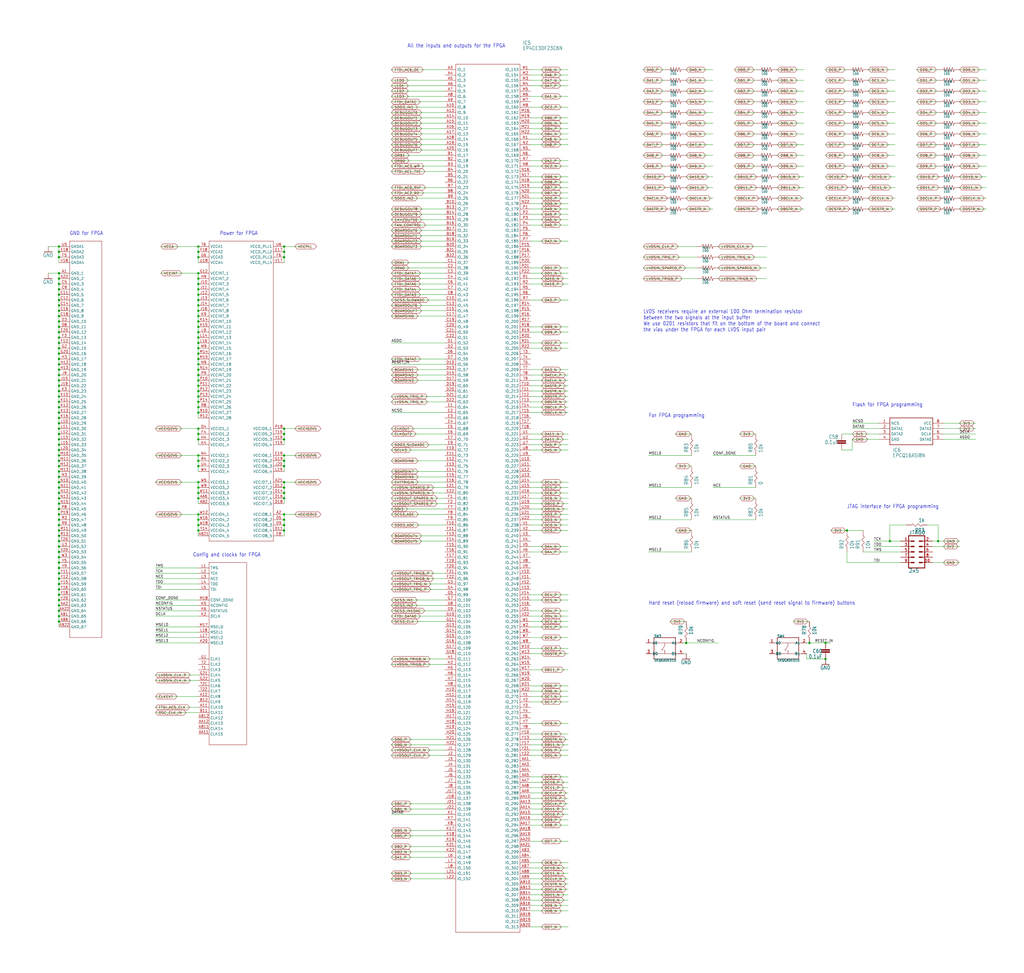
<source format=kicad_sch>
(kicad_sch (version 20250114) (generator "eeschema") (generator_version "9.0")
  (paper "User" 485.216 461.188)
  (text "All the inputs and outputs for the FPGA" (at 193.04 22.86 0) (effects (font (size 1.778 1.5113)) (justify left bottom)))
  (text "GND for FPGA" (at 33.02 111.76 0) (effects (font (size 1.778 1.5113)) (justify left bottom)))
  (text "Config and clocks for FPGA" (at 91.44 264.16 0) (effects (font (size 1.778 1.5113)) (justify left bottom)))
  (text "Power for FPGA" (at 104.14 111.76 0) (effects (font (size 1.778 1.5113)) (justify left bottom)))
  (text "JTAG interface for FPGA programming" (at 401.32 241.3 0) (effects (font (size 1.778 1.5113)) (justify left bottom)))
  (text "Hard reset (reload firmware) and soft reset (send reset signal to firmware) buttons" (at 307.34 287.02 0) (effects (font (size 1.778 1.5113)) (justify left bottom)))
  (text "Flash for FPGA programming" (at 403.86 193.04 0) (effects (font (size 1.778 1.5113)) (justify left bottom)))
  (text "LVDS receivers require an external 100 Ohm termination resistor\nbetween the two signals at the input buffer\nWe use 0201 resistors that fit on the bottom of the board and connect\nthe vias under the FPGA for each LVDS input pair" (at 304.8 157.48 0) (effects (font (size 1.778 1.5113)) (justify left bottom)))
  (text "For FPGA programming" (at 307.34 198.12 0) (effects (font (size 1.778 1.5113)) (justify left bottom)))
  (junction (at 134.62 236.22))
  (junction (at 27.94 177.8))
  (junction (at 27.94 248.92))
  (junction (at 27.94 198.12))
  (junction (at 93.98 165.1))
  (junction (at 93.98 218.44))
  (junction (at 93.98 185.42))
  (junction (at 27.94 218.44))
  (junction (at 27.94 231.14))
  (junction (at 27.94 281.94))
  (junction (at 93.98 154.94))
  (junction (at 27.94 160.02))
  (junction (at 93.98 175.26))
  (junction (at 27.94 241.3))
  (junction (at 93.98 246.38))
  (junction (at 27.94 226.06))
  (junction (at 93.98 160.02))
  (junction (at 27.94 149.86))
  (junction (at 27.94 119.38))
  (junction (at 134.62 251.46))
  (junction (at 27.94 175.26))
  (junction (at 27.94 246.38))
  (junction (at 27.94 180.34))
  (junction (at 27.94 144.78))
  (junction (at 27.94 228.6))
  (junction (at 27.94 261.62))
  (junction (at 134.62 246.38))
  (junction (at 134.62 243.84))
  (junction (at 27.94 243.84))
  (junction (at 93.98 137.16))
  (junction (at 93.98 251.46))
  (junction (at 93.98 119.38))
  (junction (at 93.98 182.88))
  (junction (at 27.94 210.82))
  (junction (at 93.98 236.22))
  (junction (at 134.62 119.38))
  (junction (at 444.5 256.54))
  (junction (at 93.98 170.18))
  (junction (at 27.94 182.88))
  (junction (at 27.94 220.98))
  (junction (at 134.62 203.2))
  (junction (at 134.62 248.92))
  (junction (at 27.94 264.16))
  (junction (at 27.94 167.64))
  (junction (at 93.98 220.98))
  (junction (at 134.62 233.68))
  (junction (at 27.94 279.4))
  (junction (at 27.94 215.9))
  (junction (at 27.94 223.52))
  (junction (at 134.62 220.98))
  (junction (at 27.94 132.08))
  (junction (at 134.62 215.9))
  (junction (at 93.98 129.54))
  (junction (at 93.98 152.4))
  (junction (at 27.94 139.7))
  (junction (at 93.98 162.56))
  (junction (at 27.94 271.78))
  (junction (at 27.94 187.96))
  (junction (at 27.94 162.56))
  (junction (at 27.94 203.2))
  (junction (at 27.94 292.1))
  (junction (at 93.98 193.04))
  (junction (at 27.94 129.54))
  (junction (at 93.98 187.96))
  (junction (at 93.98 149.86))
  (junction (at 93.98 205.74))
  (junction (at 93.98 177.8))
  (junction (at 27.94 172.72))
  (junction (at 27.94 152.4))
  (junction (at 27.94 238.76))
  (junction (at 27.94 121.92))
  (junction (at 134.62 231.14))
  (junction (at 27.94 165.1))
  (junction (at 27.94 170.18))
  (junction (at 27.94 276.86))
  (junction (at 27.94 256.54))
  (junction (at 27.94 213.36))
  (junction (at 134.62 116.84))
  (junction (at 93.98 172.72))
  (junction (at 27.94 236.22))
  (junction (at 27.94 200.66))
  (junction (at 27.94 134.62))
  (junction (at 391.16 312.42))
  (junction (at 27.94 269.24))
  (junction (at 93.98 190.5))
  (junction (at 27.94 193.04))
  (junction (at 27.94 284.48))
  (junction (at 27.94 274.32))
  (junction (at 93.98 215.9))
  (junction (at 93.98 180.34))
  (junction (at 93.98 208.28))
  (junction (at 93.98 134.62))
  (junction (at 27.94 147.32))
  (junction (at 27.94 205.74))
  (junction (at 27.94 142.24))
  (junction (at 27.94 208.28))
  (junction (at 93.98 144.78))
  (junction (at 383.54 304.8))
  (junction (at 27.94 251.46))
  (junction (at 93.98 228.6))
  (junction (at 27.94 116.84))
  (junction (at 27.94 266.7))
  (junction (at 93.98 248.92))
  (junction (at 134.62 205.74))
  (junction (at 391.16 304.8))
  (junction (at 27.94 154.94))
  (junction (at 325.12 304.8))
  (junction (at 93.98 116.84))
  (junction (at 93.98 121.92))
  (junction (at 93.98 139.7))
  (junction (at 93.98 203.2))
  (junction (at 93.98 243.84))
  (junction (at 93.98 195.58))
  (junction (at 401.32 251.46))
  (junction (at 93.98 231.14))
  (junction (at 93.98 167.64))
  (junction (at 27.94 287.02))
  (junction (at 27.94 289.56))
  (junction (at 134.62 218.44))
  (junction (at 134.62 228.6))
  (junction (at 93.98 142.24))
  (junction (at 421.64 256.54))
  (junction (at 27.94 254))
  (junction (at 27.94 259.08))
  (junction (at 134.62 208.28))
  (junction (at 27.94 185.42))
  (junction (at 27.94 294.64))
  (junction (at 27.94 195.58))
  (junction (at 93.98 132.08))
  (junction (at 27.94 157.48))
  (junction (at 93.98 233.68))
  (junction (at 27.94 137.16))
  (junction (at 27.94 190.5))
  (junction (at 93.98 157.48))
  (junction (at 93.98 147.32))
  (junction (at 134.62 121.92))
  (junction (at 27.94 233.68))
  (wire (pts (xy 269.24 284.48) (xy 251.46 284.48)) (stroke (width 0.1524)))
  (wire (pts (xy 383.54 294.64) (xy 375.92 294.64)) (stroke (width 0.1524)))
  (wire (pts (xy 269.24 114.3) (xy 251.46 114.3)) (stroke (width 0.1524)))
  (wire (pts (xy 401.32 63.5) (xy 391.16 63.5)) (stroke (width 0.1524)))
  (wire (pts (xy 27.94 185.42) (xy 27.94 182.88)) (stroke (width 0.1524)))
  (wire (pts (xy 27.94 149.86) (xy 27.94 147.32)) (stroke (width 0.1524)))
  (wire (pts (xy 416.56 200.66) (xy 403.86 200.66)) (stroke (width 0.1524)))
  (wire (pts (xy 210.82 149.86) (xy 185.42 149.86)) (stroke (width 0.1524)))
  (wire (pts (xy 358.14 205.74) (xy 350.52 205.74)) (stroke (width 0.1524)))
  (wire (pts (xy 269.24 327.66) (xy 251.46 327.66)) (stroke (width 0.1524)))
  (wire (pts (xy 444.5 248.92) (xy 444.5 256.54)) (stroke (width 0.1524)))
  (wire (pts (xy 269.24 233.68) (xy 251.46 233.68)) (stroke (width 0.1524)))
  (wire (pts (xy 314.96 73.66) (xy 304.8 73.66)) (stroke (width 0.1524)))
  (wire (pts (xy 269.24 96.52) (xy 251.46 96.52)) (stroke (width 0.1524)))
  (wire (pts (xy 368.3 93.98) (xy 381 93.98)) (stroke (width 0.1524)))
  (wire (pts (xy 134.62 210.82) (xy 134.62 208.28)) (stroke (width 0.1524)))
  (wire (pts (xy 411.48 38.1) (xy 424.18 38.1)) (stroke (width 0.1524)))
  (wire (pts (xy 27.94 205.74) (xy 27.94 203.2)) (stroke (width 0.1524)))
  (wire (pts (xy 269.24 431.8) (xy 251.46 431.8)) (stroke (width 0.1524)))
  (wire (pts (xy 269.24 388.62) (xy 251.46 388.62)) (stroke (width 0.1524)))
  (wire (pts (xy 93.98 124.46) (xy 93.98 121.92)) (stroke (width 0.1524)))
  (wire (pts (xy 210.82 238.76) (xy 185.42 238.76)) (stroke (width 0.1524)))
  (wire (pts (xy 269.24 185.42) (xy 251.46 185.42)) (stroke (width 0.1524)))
  (wire (pts (xy 401.32 38.1) (xy 391.16 38.1)) (stroke (width 0.1524)))
  (wire (pts (xy 269.24 91.44) (xy 251.46 91.44)) (stroke (width 0.1524)))
  (wire (pts (xy 444.5 88.9) (xy 434.34 88.9)) (stroke (width 0.1524)))
  (wire (pts (xy 27.94 231.14) (xy 27.94 228.6)) (stroke (width 0.1524)))
  (wire (pts (xy 358.14 43.18) (xy 347.98 43.18)) (stroke (width 0.1524)))
  (wire (pts (xy 325.12 63.5) (xy 337.82 63.5)) (stroke (width 0.1524)))
  (wire (pts (xy 416.56 203.2) (xy 403.86 203.2)) (stroke (width 0.1524)))
  (wire (pts (xy 444.5 58.42) (xy 434.34 58.42)) (stroke (width 0.1524)))
  (wire (pts (xy 314.96 83.82) (xy 304.8 83.82)) (stroke (width 0.1524)))
  (wire (pts (xy 314.96 48.26) (xy 304.8 48.26)) (stroke (width 0.1524)))
  (wire (pts (xy 269.24 213.36) (xy 251.46 213.36)) (stroke (width 0.1524)))
  (wire (pts (xy 27.94 137.16) (xy 27.94 134.62)) (stroke (width 0.1524)))
  (wire (pts (xy 210.82 287.02) (xy 185.42 287.02)) (stroke (width 0.1524)))
  (wire (pts (xy 93.98 322.58) (xy 73.66 322.58)) (stroke (width 0.1524)))
  (wire (pts (xy 337.82 246.38) (xy 358.14 246.38)) (stroke (width 0.1524)))
  (wire (pts (xy 134.62 233.68) (xy 134.62 231.14)) (stroke (width 0.1524)))
  (wire (pts (xy 269.24 370.84) (xy 251.46 370.84)) (stroke (width 0.1524)))
  (wire (pts (xy 27.94 279.4) (xy 27.94 276.86)) (stroke (width 0.1524)))
  (wire (pts (xy 269.24 426.72) (xy 251.46 426.72)) (stroke (width 0.1524)))
  (wire (pts (xy 210.82 58.42) (xy 185.42 58.42)) (stroke (width 0.1524)))
  (wire (pts (xy 210.82 127) (xy 185.42 127)) (stroke (width 0.1524)))
  (wire (pts (xy 93.98 289.56) (xy 73.66 289.56)) (stroke (width 0.1524)))
  (wire (pts (xy 210.82 350.52) (xy 185.42 350.52)) (stroke (width 0.1524)))
  (wire (pts (xy 210.82 162.56) (xy 185.42 162.56)) (stroke (width 0.1524)))
  (wire (pts (xy 93.98 177.8) (xy 93.98 175.26)) (stroke (width 0.1524)))
  (wire (pts (xy 269.24 78.74) (xy 251.46 78.74)) (stroke (width 0.1524)))
  (wire (pts (xy 314.96 33.02) (xy 304.8 33.02)) (stroke (width 0.1524)))
  (wire (pts (xy 27.94 193.04) (xy 27.94 190.5)) (stroke (width 0.1524)))
  (wire (pts (xy 444.5 93.98) (xy 434.34 93.98)) (stroke (width 0.1524)))
  (wire (pts (xy 27.94 220.98) (xy 27.94 218.44)) (stroke (width 0.1524)))
  (wire (pts (xy 325.12 88.9) (xy 337.82 88.9)) (stroke (width 0.1524)))
  (wire (pts (xy 210.82 40.64) (xy 185.42 40.64)) (stroke (width 0.1524)))
  (wire (pts (xy 134.62 246.38) (xy 134.62 243.84)) (stroke (width 0.1524)))
  (wire (pts (xy 210.82 403.86) (xy 185.42 403.86)) (stroke (width 0.1524)))
  (wire (pts (xy 314.96 53.34) (xy 304.8 53.34)) (stroke (width 0.1524)))
  (wire (pts (xy 325.12 83.82) (xy 337.82 83.82)) (stroke (width 0.1524)))
  (wire (pts (xy 314.96 38.1) (xy 304.8 38.1)) (stroke (width 0.1524)))
  (wire (pts (xy 454.66 83.82) (xy 467.36 83.82)) (stroke (width 0.1524)))
  (wire (pts (xy 27.94 254) (xy 27.94 251.46)) (stroke (width 0.1524)))
  (wire (pts (xy 269.24 236.22) (xy 251.46 236.22)) (stroke (width 0.1524)))
  (wire (pts (xy 426.72 259.08) (xy 414.02 259.08)) (stroke (width 0.1524)))
  (wire (pts (xy 93.98 335.28) (xy 73.66 335.28)) (stroke (width 0.1524)))
  (wire (pts (xy 93.98 182.88) (xy 93.98 180.34)) (stroke (width 0.1524)))
  (wire (pts (xy 269.24 307.34) (xy 251.46 307.34)) (stroke (width 0.1524)))
  (wire (pts (xy 314.96 43.18) (xy 304.8 43.18)) (stroke (width 0.1524)))
  (wire (pts (xy 210.82 180.34) (xy 185.42 180.34)) (stroke (width 0.1524)))
  (wire (pts (xy 210.82 284.48) (xy 185.42 284.48)) (stroke (width 0.1524)))
  (wire (pts (xy 269.24 353.06) (xy 251.46 353.06)) (stroke (width 0.1524)))
  (wire (pts (xy 307.34 231.14) (xy 327.66 231.14)) (stroke (width 0.1524)))
  (wire (pts (xy 210.82 396.24) (xy 185.42 396.24)) (stroke (width 0.1524)))
  (wire (pts (xy 444.5 256.54) (xy 454.66 256.54)) (stroke (width 0.1524)))
  (wire (pts (xy 269.24 398.78) (xy 251.46 398.78)) (stroke (width 0.1524)))
  (wire (pts (xy 314.96 68.58) (xy 304.8 68.58)) (stroke (width 0.1524)))
  (wire (pts (xy 411.48 78.74) (xy 424.18 78.74)) (stroke (width 0.1524)))
  (wire (pts (xy 210.82 414.02) (xy 185.42 414.02)) (stroke (width 0.1524)))
  (wire (pts (xy 27.94 218.44) (xy 27.94 215.9)) (stroke (width 0.1524)))
  (wire (pts (xy 314.96 63.5) (xy 304.8 63.5)) (stroke (width 0.1524)))
  (wire (pts (xy 93.98 172.72) (xy 93.98 170.18)) (stroke (width 0.1524)))
  (wire (pts (xy 269.24 243.84) (xy 251.46 243.84)) (stroke (width 0.1524)))
  (wire (pts (xy 269.24 421.64) (xy 251.46 421.64)) (stroke (width 0.1524)))
  (wire (pts (xy 325.12 33.02) (xy 337.82 33.02)) (stroke (width 0.1524)))
  (wire (pts (xy 269.24 416.56) (xy 251.46 416.56)) (stroke (width 0.1524)))
  (wire (pts (xy 368.3 48.26) (xy 381 48.26)) (stroke (width 0.1524)))
  (wire (pts (xy 210.82 393.7) (xy 185.42 393.7)) (stroke (width 0.1524)))
  (wire (pts (xy 454.66 78.74) (xy 467.36 78.74)) (stroke (width 0.1524)))
  (wire (pts (xy 210.82 99.06) (xy 185.42 99.06)) (stroke (width 0.1524)))
  (wire (pts (xy 93.98 208.28) (xy 93.98 205.74)) (stroke (width 0.1524)))
  (wire (pts (xy 134.62 121.92) (xy 134.62 119.38)) (stroke (width 0.1524)))
  (wire (pts (xy 269.24 195.58) (xy 251.46 195.58)) (stroke (width 0.1524)))
  (wire (pts (xy 134.62 124.46) (xy 134.62 121.92)) (stroke (width 0.1524)))
  (wire (pts (xy 210.82 78.74) (xy 185.42 78.74)) (stroke (width 0.1524)))
  (wire (pts (xy 93.98 304.8) (xy 73.66 304.8)) (stroke (width 0.1524)))
  (wire (pts (xy 439.42 248.92) (xy 444.5 248.92)) (stroke (width 0.1524)))
  (wire (pts (xy 27.94 276.86) (xy 27.94 274.32)) (stroke (width 0.1524)))
  (wire (pts (xy 454.66 38.1) (xy 467.36 38.1)) (stroke (width 0.1524)))
  (wire (pts (xy 368.3 68.58) (xy 381 68.58)) (stroke (width 0.1524)))
  (wire (pts (xy 411.48 68.58) (xy 424.18 68.58)) (stroke (width 0.1524)))
  (wire (pts (xy 27.94 208.28) (xy 27.94 205.74)) (stroke (width 0.1524)))
  (wire (pts (xy 269.24 165.1) (xy 251.46 165.1)) (stroke (width 0.1524)))
  (wire (pts (xy 327.66 205.74) (xy 320.04 205.74)) (stroke (width 0.1524)))
  (wire (pts (xy 134.62 205.74) (xy 134.62 203.2)) (stroke (width 0.1524)))
  (wire (pts (xy 27.94 292.1) (xy 27.94 289.56)) (stroke (width 0.1524)))
  (wire (pts (xy 416.56 205.74) (xy 398.78 205.74)) (stroke (width 0.1524)))
  (wire (pts (xy 27.94 238.76) (xy 27.94 236.22)) (stroke (width 0.1524)))
  (wire (pts (xy 403.86 208.28) (xy 403.86 213.36)) (stroke (width 0.1524)))
  (wire (pts (xy 429.26 248.92) (xy 421.64 248.92)) (stroke (width 0.1524)))
  (wire (pts (xy 269.24 292.1) (xy 251.46 292.1)) (stroke (width 0.1524)))
  (wire (pts (xy 27.94 259.08) (xy 27.94 256.54)) (stroke (width 0.1524)))
  (wire (pts (xy 27.94 144.78) (xy 27.94 142.24)) (stroke (width 0.1524)))
  (wire (pts (xy 269.24 325.12) (xy 251.46 325.12)) (stroke (width 0.1524)))
  (wire (pts (xy 93.98 195.58) (xy 93.98 193.04)) (stroke (width 0.1524)))
  (wire (pts (xy 210.82 68.58) (xy 185.42 68.58)) (stroke (width 0.1524)))
  (wire (pts (xy 210.82 358.14) (xy 185.42 358.14)) (stroke (width 0.1524)))
  (wire (pts (xy 93.98 210.82) (xy 93.98 208.28)) (stroke (width 0.1524)))
  (wire (pts (xy 93.98 271.78) (xy 73.66 271.78)) (stroke (width 0.1524)))
  (wire (pts (xy 134.62 220.98) (xy 134.62 218.44)) (stroke (width 0.1524)))
  (wire (pts (xy 340.36 116.84) (xy 363.22 116.84)) (stroke (width 0.1524)))
  (wire (pts (xy 27.94 215.9) (xy 27.94 213.36)) (stroke (width 0.1524)))
  (wire (pts (xy 27.94 248.92) (xy 27.94 246.38)) (stroke (width 0.1524)))
  (wire (pts (xy 93.98 274.32) (xy 73.66 274.32)) (stroke (width 0.1524)))
  (wire (pts (xy 368.3 63.5) (xy 381 63.5)) (stroke (width 0.1524)))
  (wire (pts (xy 368.3 78.74) (xy 381 78.74)) (stroke (width 0.1524)))
  (wire (pts (xy 134.62 251.46) (xy 134.62 248.92)) (stroke (width 0.1524)))
  (wire (pts (xy 269.24 205.74) (xy 251.46 205.74)) (stroke (width 0.1524)))
  (wire (pts (xy 210.82 213.36) (xy 185.42 213.36)) (stroke (width 0.1524)))
  (wire (pts (xy 307.34 246.38) (xy 327.66 246.38)) (stroke (width 0.1524)))
  (wire (pts (xy 269.24 294.64) (xy 251.46 294.64)) (stroke (width 0.1524)))
  (wire (pts (xy 269.24 373.38) (xy 251.46 373.38)) (stroke (width 0.1524)))
  (wire (pts (xy 210.82 294.64) (xy 185.42 294.64)) (stroke (width 0.1524)))
  (wire (pts (xy 210.82 205.74) (xy 185.42 205.74)) (stroke (width 0.1524)))
  (wire (pts (xy 269.24 332.74) (xy 251.46 332.74)) (stroke (width 0.1524)))
  (wire (pts (xy 27.94 200.66) (xy 27.94 198.12)) (stroke (width 0.1524)))
  (wire (pts (xy 327.66 251.46) (xy 320.04 251.46)) (stroke (width 0.1524)))
  (wire (pts (xy 210.82 45.72) (xy 185.42 45.72)) (stroke (width 0.1524)))
  (wire (pts (xy 27.94 210.82) (xy 27.94 208.28)) (stroke (width 0.1524)))
  (wire (pts (xy 269.24 55.88) (xy 251.46 55.88)) (stroke (width 0.1524)))
  (wire (pts (xy 93.98 190.5) (xy 93.98 187.96)) (stroke (width 0.1524)))
  (wire (pts (xy 93.98 236.22) (xy 93.98 233.68)) (stroke (width 0.1524)))
  (wire (pts (xy 27.94 132.08) (xy 27.94 129.54)) (stroke (width 0.1524)))
  (wire (pts (xy 210.82 66.04) (xy 185.42 66.04)) (stroke (width 0.1524)))
  (wire (pts (xy 269.24 76.2) (xy 251.46 76.2)) (stroke (width 0.1524)))
  (wire (pts (xy 441.96 256.54) (xy 444.5 256.54)) (stroke (width 0.1524)))
  (wire (pts (xy 368.3 53.34) (xy 381 53.34)) (stroke (width 0.1524)))
  (wire (pts (xy 27.94 264.16) (xy 27.94 261.62)) (stroke (width 0.1524)))
  (wire (pts (xy 27.94 160.02) (xy 27.94 157.48)) (stroke (width 0.1524)))
  (wire (pts (xy 93.98 299.72) (xy 73.66 299.72)) (stroke (width 0.1524)))
  (wire (pts (xy 269.24 419.1) (xy 251.46 419.1)) (stroke (width 0.1524)))
  (wire (pts (xy 93.98 121.92) (xy 93.98 119.38)) (stroke (width 0.1524)))
  (wire (pts (xy 73.66 215.9) (xy 93.98 215.9)) (stroke (width 0.1524)))
  (wire (pts (xy 93.98 193.04) (xy 93.98 190.5)) (stroke (width 0.1524)))
  (wire (pts (xy 314.96 58.42) (xy 304.8 58.42)) (stroke (width 0.1524)))
  (wire (pts (xy 210.82 190.5) (xy 185.42 190.5)) (stroke (width 0.1524)))
  (wire (pts (xy 269.24 129.54) (xy 251.46 129.54)) (stroke (width 0.1524)))
  (wire (pts (xy 93.98 139.7) (xy 93.98 137.16)) (stroke (width 0.1524)))
  (wire (pts (xy 441.96 266.7) (xy 454.66 266.7)) (stroke (width 0.1524)))
  (wire (pts (xy 210.82 289.56) (xy 185.42 289.56)) (stroke (width 0.1524)))
  (wire (pts (xy 210.82 223.52) (xy 185.42 223.52)) (stroke (width 0.1524)))
  (wire (pts (xy 327.66 236.22) (xy 320.04 236.22)) (stroke (width 0.1524)))
  (wire (pts (xy 444.5 33.02) (xy 434.34 33.02)) (stroke (width 0.1524)))
  (wire (pts (xy 411.48 73.66) (xy 424.18 73.66)) (stroke (width 0.1524)))
  (wire (pts (xy 269.24 157.48) (xy 251.46 157.48)) (stroke (width 0.1524)))
  (wire (pts (xy 27.94 172.72) (xy 27.94 170.18)) (stroke (width 0.1524)))
  (wire (pts (xy 210.82 231.14) (xy 185.42 231.14)) (stroke (width 0.1524)))
  (wire (pts (xy 382.27 304.8) (xy 383.54 304.8)) (stroke (width 0.1524)))
  (wire (pts (xy 210.82 386.08) (xy 185.42 386.08)) (stroke (width 0.1524)))
  (wire (pts (xy 93.98 223.52) (xy 93.98 220.98)) (stroke (width 0.1524)))
  (wire (pts (xy 93.98 175.26) (xy 93.98 172.72)) (stroke (width 0.1524)))
  (wire (pts (xy 368.3 43.18) (xy 381 43.18)) (stroke (width 0.1524)))
  (wire (pts (xy 269.24 50.8) (xy 251.46 50.8)) (stroke (width 0.1524)))
  (wire (pts (xy 27.94 152.4) (xy 27.94 149.86)) (stroke (width 0.1524)))
  (wire (pts (xy 27.94 177.8) (xy 27.94 175.26)) (stroke (width 0.1524)))
  (wire (pts (xy 210.82 63.5) (xy 185.42 63.5)) (stroke (width 0.1524)))
  (wire (pts (xy 210.82 144.78) (xy 185.42 144.78)) (stroke (width 0.1524)))
  (wire (pts (xy 93.98 203.2) (xy 73.66 203.2)) (stroke (width 0.1524)))
  (wire (pts (xy 210.82 195.58) (xy 185.42 195.58)) (stroke (width 0.1524)))
  (wire (pts (xy 269.24 86.36) (xy 251.46 86.36)) (stroke (width 0.1524)))
  (wire (pts (xy 210.82 60.96) (xy 185.42 60.96)) (stroke (width 0.1524)))
  (wire (pts (xy 269.24 439.42) (xy 251.46 439.42)) (stroke (width 0.1524)))
  (wire (pts (xy 393.7 251.46) (xy 401.32 251.46)) (stroke (width 0.1524)))
  (wire (pts (xy 210.82 226.06) (xy 185.42 226.06)) (stroke (width 0.1524)))
  (wire (pts (xy 368.3 73.66) (xy 381 73.66)) (stroke (width 0.1524)))
  (wire (pts (xy 454.66 48.26) (xy 467.36 48.26)) (stroke (width 0.1524)))
  (wire (pts (xy 269.24 251.46) (xy 251.46 251.46)) (stroke (width 0.1524)))
  (wire (pts (xy 340.36 132.08) (xy 363.22 132.08)) (stroke (width 0.1524)))
  (wire (pts (xy 269.24 58.42) (xy 251.46 58.42)) (stroke (width 0.1524)))
  (wire (pts (xy 27.94 165.1) (xy 27.94 162.56)) (stroke (width 0.1524)))
  (wire (pts (xy 210.82 276.86) (xy 185.42 276.86)) (stroke (width 0.1524)))
  (wire (pts (xy 93.98 185.42) (xy 93.98 182.88)) (stroke (width 0.1524)))
  (wire (pts (xy 210.82 353.06) (xy 185.42 353.06)) (stroke (width 0.1524)))
  (wire (pts (xy 210.82 38.1) (xy 185.42 38.1)) (stroke (width 0.1524)))
  (wire (pts (xy 210.82 406.4) (xy 185.42 406.4)) (stroke (width 0.1524)))
  (wire (pts (xy 314.96 99.06) (xy 304.8 99.06)) (stroke (width 0.1524)))
  (wire (pts (xy 210.82 218.44) (xy 185.42 218.44)) (stroke (width 0.1524)))
  (wire (pts (xy 210.82 81.28) (xy 185.42 81.28)) (stroke (width 0.1524)))
  (wire (pts (xy 382.27 312.42) (xy 391.16 312.42)) (stroke (width 0.1524)))
  (wire (pts (xy 358.14 236.22) (xy 350.52 236.22)) (stroke (width 0.1524)))
  (wire (pts (xy 269.24 180.34) (xy 251.46 180.34)) (stroke (width 0.1524)))
  (wire (pts (xy 134.62 236.22) (xy 134.62 233.68)) (stroke (width 0.1524)))
  (wire (pts (xy 73.66 284.48) (xy 93.98 284.48)) (stroke (width 0.1524)))
  (wire (pts (xy 93.98 254) (xy 93.98 251.46)) (stroke (width 0.1524)))
  (wire (pts (xy 93.98 134.62) (xy 93.98 132.08)) (stroke (width 0.1524)))
  (wire (pts (xy 269.24 241.3) (xy 251.46 241.3)) (stroke (width 0.1524)))
  (wire (pts (xy 134.62 254) (xy 134.62 251.46)) (stroke (width 0.1524)))
  (wire (pts (xy 134.62 119.38) (xy 134.62 116.84)) (stroke (width 0.1524)))
  (wire (pts (xy 269.24 228.6) (xy 251.46 228.6)) (stroke (width 0.1524)))
  (wire (pts (xy 210.82 134.62) (xy 185.42 134.62)) (stroke (width 0.1524)))
  (wire (pts (xy 134.62 243.84) (xy 149.86 243.84)) (stroke (width 0.1524)))
  (wire (pts (xy 269.24 93.98) (xy 251.46 93.98)) (stroke (width 0.1524)))
  (wire (pts (xy 76.2 116.84) (xy 93.98 116.84)) (stroke (width 0.1524)))
  (wire (pts (xy 269.24 88.9) (xy 251.46 88.9)) (stroke (width 0.1524)))
  (wire (pts (xy 454.66 93.98) (xy 467.36 93.98)) (stroke (width 0.1524)))
  (wire (pts (xy 210.82 210.82) (xy 185.42 210.82)) (stroke (width 0.1524)))
  (wire (pts (xy 269.24 281.94) (xy 251.46 281.94)) (stroke (width 0.1524)))
  (wire (pts (xy 314.96 78.74) (xy 304.8 78.74)) (stroke (width 0.1524)))
  (wire (pts (xy 210.82 241.3) (xy 185.42 241.3)) (stroke (width 0.1524)))
  (wire (pts (xy 27.94 142.24) (xy 27.94 139.7)) (stroke (width 0.1524)))
  (wire (pts (xy 93.98 246.38) (xy 93.98 243.84)) (stroke (width 0.1524)))
  (wire (pts (xy 447.04 200.66) (xy 462.28 200.66)) (stroke (width 0.1524)))
  (wire (pts (xy 411.48 88.9) (xy 424.18 88.9)) (stroke (width 0.1524)))
  (wire (pts (xy 27.94 203.2) (xy 27.94 200.66)) (stroke (width 0.1524)))
  (wire (pts (xy 27.94 251.46) (xy 27.94 248.92)) (stroke (width 0.1524)))
  (wire (pts (xy 411.48 99.06) (xy 424.18 99.06)) (stroke (width 0.1524)))
  (wire (pts (xy 368.3 99.06) (xy 381 99.06)) (stroke (width 0.1524)))
  (wire (pts (xy 210.82 233.68) (xy 185.42 233.68)) (stroke (width 0.1524)))
  (wire (pts (xy 401.32 99.06) (xy 391.16 99.06)) (stroke (width 0.1524)))
  (wire (pts (xy 210.82 274.32) (xy 185.42 274.32)) (stroke (width 0.1524)))
  (wire (pts (xy 27.94 236.22) (xy 27.94 233.68)) (stroke (width 0.1524)))
  (wire (pts (xy 401.32 58.42) (xy 391.16 58.42)) (stroke (width 0.1524)))
  (wire (pts (xy 269.24 391.16) (xy 251.46 391.16)) (stroke (width 0.1524)))
  (wire (pts (xy 93.98 287.02) (xy 73.66 287.02)) (stroke (width 0.1524)))
  (wire (pts (xy 210.82 91.44) (xy 185.42 91.44)) (stroke (width 0.1524)))
  (wire (pts (xy 358.14 38.1) (xy 347.98 38.1)) (stroke (width 0.1524)))
  (wire (pts (xy 134.62 223.52) (xy 134.62 220.98)) (stroke (width 0.1524)))
  (wire (pts (xy 401.32 73.66) (xy 391.16 73.66)) (stroke (width 0.1524)))
  (wire (pts (xy 27.94 116.84) (xy 22.86 116.84)) (stroke (width 0.1524)))
  (wire (pts (xy 210.82 71.12) (xy 185.42 71.12)) (stroke (width 0.1524)))
  (wire (pts (xy 269.24 350.52) (xy 251.46 350.52)) (stroke (width 0.1524)))
  (wire (pts (xy 325.12 78.74) (xy 337.82 78.74)) (stroke (width 0.1524)))
  (wire (pts (xy 454.66 58.42) (xy 467.36 58.42)) (stroke (width 0.1524)))
  (wire (pts (xy 358.14 88.9) (xy 347.98 88.9)) (stroke (width 0.1524)))
  (wire (pts (xy 444.5 83.82) (xy 434.34 83.82)) (stroke (width 0.1524)))
  (wire (pts (xy 210.82 137.16) (xy 185.42 137.16)) (stroke (width 0.1524)))
  (wire (pts (xy 210.82 243.84) (xy 185.42 243.84)) (stroke (width 0.1524)))
  (wire (pts (xy 210.82 170.18) (xy 185.42 170.18)) (stroke (width 0.1524)))
  (wire (pts (xy 269.24 383.54) (xy 251.46 383.54)) (stroke (width 0.1524)))
  (wire (pts (xy 330.2 132.08) (xy 304.8 132.08)) (stroke (width 0.1524)))
  (wire (pts (xy 411.48 53.34) (xy 424.18 53.34)) (stroke (width 0.1524)))
  (wire (pts (xy 269.24 375.92) (xy 251.46 375.92)) (stroke (width 0.1524)))
  (wire (pts (xy 401.32 88.9) (xy 391.16 88.9)) (stroke (width 0.1524)))
  (wire (pts (xy 323.85 304.8) (xy 325.12 304.8)) (stroke (width 0.1524)))
  (wire (pts (xy 210.82 111.76) (xy 185.42 111.76)) (stroke (width 0.1524)))
  (wire (pts (xy 269.24 127) (xy 251.46 127)) (stroke (width 0.1524)))
  (wire (pts (xy 447.04 208.28) (xy 462.28 208.28)) (stroke (width 0.1524)))
  (wire (pts (xy 93.98 142.24) (xy 93.98 139.7)) (stroke (width 0.1524)))
  (wire (pts (xy 93.98 279.4) (xy 73.66 279.4)) (stroke (width 0.1524)))
  (wire (pts (xy 269.24 154.94) (xy 251.46 154.94)) (stroke (width 0.1524)))
  (wire (pts (xy 27.94 195.58) (xy 27.94 193.04)) (stroke (width 0.1524)))
  (wire (pts (xy 93.98 144.78) (xy 93.98 142.24)) (stroke (width 0.1524)))
  (wire (pts (xy 401.32 33.02) (xy 391.16 33.02)) (stroke (width 0.1524)))
  (wire (pts (xy 27.94 129.54) (xy 22.86 129.54)) (stroke (width 0.1524)))
  (wire (pts (xy 93.98 276.86) (xy 73.66 276.86)) (stroke (width 0.1524)))
  (wire (pts (xy 269.24 330.2) (xy 251.46 330.2)) (stroke (width 0.1524)))
  (wire (pts (xy 269.24 429.26) (xy 251.46 429.26)) (stroke (width 0.1524)))
  (wire (pts (xy 325.12 53.34) (xy 337.82 53.34)) (stroke (width 0.1524)))
  (wire (pts (xy 27.94 281.94) (xy 27.94 279.4)) (stroke (width 0.1524)))
  (wire (pts (xy 93.98 337.82) (xy 73.66 337.82)) (stroke (width 0.1524)))
  (wire (pts (xy 325.12 294.64) (xy 317.5 294.64)) (stroke (width 0.1524)))
  (wire (pts (xy 269.24 309.88) (xy 251.46 309.88)) (stroke (width 0.1524)))
  (wire (pts (xy 149.86 203.2) (xy 134.62 203.2)) (stroke (width 0.1524)))
  (wire (pts (xy 93.98 132.08) (xy 93.98 129.54)) (stroke (width 0.1524)))
  (wire (pts (xy 444.5 73.66) (xy 434.34 73.66)) (stroke (width 0.1524)))
  (wire (pts (xy 444.5 78.74) (xy 434.34 78.74)) (stroke (width 0.1524)))
  (wire (pts (xy 27.94 297.18) (xy 27.94 294.64)) (stroke (width 0.1524)))
  (wire (pts (xy 210.82 104.14) (xy 185.42 104.14)) (stroke (width 0.1524)))
  (wire (pts (xy 444.5 38.1) (xy 434.34 38.1)) (stroke (width 0.1524)))
  (wire (pts (xy 93.98 238.76) (xy 93.98 236.22)) (stroke (width 0.1524)))
  (wire (pts (xy 383.54 304.8) (xy 391.16 304.8)) (stroke (width 0.1524)))
  (wire (pts (xy 454.66 53.34) (xy 467.36 53.34)) (stroke (width 0.1524)))
  (wire (pts (xy 269.24 182.88) (xy 251.46 182.88)) (stroke (width 0.1524)))
  (wire (pts (xy 325.12 304.8) (xy 340.36 304.8)) (stroke (width 0.1524)))
  (wire (pts (xy 447.04 205.74) (xy 462.28 205.74)) (stroke (width 0.1524)))
  (wire (pts (xy 134.62 238.76) (xy 134.62 236.22)) (stroke (width 0.1524)))
  (wire (pts (xy 411.48 43.18) (xy 424.18 43.18)) (stroke (width 0.1524)))
  (wire (pts (xy 416.56 208.28) (xy 403.86 208.28)) (stroke (width 0.1524)))
  (wire (pts (xy 210.82 254) (xy 185.42 254)) (stroke (width 0.1524)))
  (wire (pts (xy 325.12 93.98) (xy 337.82 93.98)) (stroke (width 0.1524)))
  (wire (pts (xy 408.94 251.46) (xy 401.32 251.46)) (stroke (width 0.1524)))
  (wire (pts (xy 210.82 114.3) (xy 185.42 114.3)) (stroke (width 0.1524)))
  (wire (pts (xy 93.98 198.12) (xy 93.98 195.58)) (stroke (width 0.1524)))
  (wire (pts (xy 269.24 317.5) (xy 251.46 317.5)) (stroke (width 0.1524)))
  (wire (pts (xy 210.82 93.98) (xy 185.42 93.98)) (stroke (width 0.1524)))
  (wire (pts (xy 93.98 160.02) (xy 93.98 157.48)) (stroke (width 0.1524)))
  (wire (pts (xy 269.24 162.56) (xy 251.46 162.56)) (stroke (width 0.1524)))
  (wire (pts (xy 210.82 76.2) (xy 185.42 76.2)) (stroke (width 0.1524)))
  (wire (pts (xy 210.82 73.66) (xy 185.42 73.66)) (stroke (width 0.1524)))
  (wire (pts (xy 93.98 147.32) (xy 93.98 144.78)) (stroke (width 0.1524)))
  (wire (pts (xy 93.98 180.34) (xy 93.98 177.8)) (stroke (width 0.1524)))
  (wire (pts (xy 330.2 121.92) (xy 304.8 121.92)) (stroke (width 0.1524)))
  (wire (pts (xy 73.66 297.18) (xy 93.98 297.18)) (stroke (width 0.1524)))
  (wire (pts (xy 93.98 248.92) (xy 93.98 246.38)) (stroke (width 0.1524)))
  (wire (pts (xy 269.24 259.08) (xy 251.46 259.08)) (stroke (width 0.1524)))
  (wire (pts (xy 269.24 378.46) (xy 251.46 378.46)) (stroke (width 0.1524)))
  (wire (pts (xy 210.82 383.54) (xy 185.42 383.54)) (stroke (width 0.1524)))
  (wire (pts (xy 93.98 231.14) (xy 93.98 228.6)) (stroke (width 0.1524)))
  (wire (pts (xy 210.82 88.9) (xy 185.42 88.9)) (stroke (width 0.1524)))
  (wire (pts (xy 269.24 246.38) (xy 251.46 246.38)) (stroke (width 0.1524)))
  (wire (pts (xy 269.24 132.08) (xy 251.46 132.08)) (stroke (width 0.1524)))
  (wire (pts (xy 269.24 358.14) (xy 251.46 358.14)) (stroke (width 0.1524)))
  (wire (pts (xy 269.24 210.82) (xy 251.46 210.82)) (stroke (width 0.1524)))
  (wire (pts (xy 382.27 309.88) (xy 382.27 312.42)) (stroke (width 0.1524)))
  (wire (pts (xy 27.94 269.24) (xy 27.94 266.7)) (stroke (width 0.1524)))
  (wire (pts (xy 411.48 33.02) (xy 424.18 33.02)) (stroke (width 0.1524)))
  (wire (pts (xy 325.12 38.1) (xy 337.82 38.1)) (stroke (width 0.1524)))
  (wire (pts (xy 401.32 53.34) (xy 391.16 53.34)) (stroke (width 0.1524)))
  (wire (pts (xy 210.82 132.08) (xy 185.42 132.08)) (stroke (width 0.1524)))
  (wire (pts (xy 93.98 330.2) (xy 73.66 330.2)) (stroke (width 0.1524)))
  (wire (pts (xy 93.98 154.94) (xy 93.98 152.4)) (stroke (width 0.1524)))
  (wire (pts (xy 269.24 261.62) (xy 251.46 261.62)) (stroke (width 0.1524)))
  (wire (pts (xy 210.82 228.6) (xy 185.42 228.6)) (stroke (width 0.1524)))
  (wire (pts (xy 269.24 134.62) (xy 251.46 134.62)) (stroke (width 0.1524)))
  (wire (pts (xy 27.94 233.68) (xy 27.94 231.14)) (stroke (width 0.1524)))
  (wire (pts (xy 210.82 172.72) (xy 185.42 172.72)) (stroke (width 0.1524)))
  (wire (pts (xy 426.72 261.62) (xy 408.94 261.62)) (stroke (width 0.1524)))
  (wire (pts (xy 27.94 261.62) (xy 27.94 259.08)) (stroke (width 0.1524)))
  (wire (pts (xy 93.98 220.98) (xy 93.98 218.44)) (stroke (width 0.1524)))
  (wire (pts (xy 340.36 127) (xy 363.22 127)) (stroke (width 0.1524)))
  (wire (pts (xy 330.2 127) (xy 304.8 127)) (stroke (width 0.1524)))
  (wire (pts (xy 27.94 228.6) (xy 27.94 226.06)) (stroke (width 0.1524)))
  (wire (pts (xy 134.62 215.9) (xy 149.86 215.9)) (stroke (width 0.1524)))
  (wire (pts (xy 269.24 35.56) (xy 251.46 35.56)) (stroke (width 0.1524)))
  (wire (pts (xy 358.14 93.98) (xy 347.98 93.98)) (stroke (width 0.1524)))
  (wire (pts (xy 269.24 33.02) (xy 251.46 33.02)) (stroke (width 0.1524)))
  (wire (pts (xy 27.94 187.96) (xy 27.94 185.42)) (stroke (width 0.1524)))
  (wire (pts (xy 27.94 256.54) (xy 27.94 254)) (stroke (width 0.1524)))
  (wire (pts (xy 441.96 259.08) (xy 454.66 259.08)) (stroke (width 0.1524)))
  (wire (pts (xy 421.64 256.54) (xy 414.02 256.54)) (stroke (width 0.1524)))
  (wire (pts (xy 368.3 33.02) (xy 381 33.02)) (stroke (width 0.1524)))
  (wire (pts (xy 358.14 220.98) (xy 350.52 220.98)) (stroke (width 0.1524)))
  (wire (pts (xy 401.32 261.62) (xy 401.32 266.7)) (stroke (width 0.1524)))
  (wire (pts (xy 93.98 269.24) (xy 73.66 269.24)) (stroke (width 0.1524)))
  (wire (pts (xy 269.24 193.04) (xy 251.46 193.04)) (stroke (width 0.1524)))
  (wire (pts (xy 358.14 78.74) (xy 347.98 78.74)) (stroke (width 0.1524)))
  (wire (pts (xy 368.3 83.82) (xy 381 83.82)) (stroke (width 0.1524)))
  (wire (pts (xy 269.24 238.76) (xy 251.46 238.76)) (stroke (width 0.1524)))
  (wire (pts (xy 93.98 165.1) (xy 93.98 162.56)) (stroke (width 0.1524)))
  (wire (pts (xy 27.94 213.36) (xy 27.94 210.82)) (stroke (width 0.1524)))
  (wire (pts (xy 325.12 99.06) (xy 337.82 99.06)) (stroke (width 0.1524)))
  (wire (pts (xy 27.94 154.94) (xy 27.94 152.4)) (stroke (width 0.1524)))
  (wire (pts (xy 27.94 190.5) (xy 27.94 187.96)) (stroke (width 0.1524)))
  (wire (pts (xy 210.82 142.24) (xy 185.42 142.24)) (stroke (width 0.1524)))
  (wire (pts (xy 210.82 106.68) (xy 185.42 106.68)) (stroke (width 0.1524)))
  (wire (pts (xy 447.04 203.2) (xy 462.28 203.2)) (stroke (width 0.1524)))
  (wire (pts (xy 27.94 182.88) (xy 27.94 180.34)) (stroke (width 0.1524)))
  (wire (pts (xy 93.98 152.4) (xy 93.98 149.86)) (stroke (width 0.1524)))
  (wire (pts (xy 330.2 116.84) (xy 304.8 116.84)) (stroke (width 0.1524)))
  (wire (pts (xy 444.5 99.06) (xy 434.34 99.06)) (stroke (width 0.1524)))
  (wire (pts (xy 93.98 251.46) (xy 93.98 248.92)) (stroke (width 0.1524)))
  (wire (pts (xy 444.5 48.26) (xy 434.34 48.26)) (stroke (width 0.1524)))
  (wire (pts (xy 27.94 198.12) (xy 27.94 195.58)) (stroke (width 0.1524)))
  (wire (pts (xy 210.82 187.96) (xy 185.42 187.96)) (stroke (width 0.1524)))
  (wire (pts (xy 358.14 63.5) (xy 347.98 63.5)) (stroke (width 0.1524)))
  (wire (pts (xy 337.82 231.14) (xy 358.14 231.14)) (stroke (width 0.1524)))
  (wire (pts (xy 454.66 99.06) (xy 467.36 99.06)) (stroke (width 0.1524)))
  (wire (pts (xy 210.82 147.32) (xy 185.42 147.32)) (stroke (width 0.1524)))
  (wire (pts (xy 454.66 33.02) (xy 467.36 33.02)) (stroke (width 0.1524)))
  (wire (pts (xy 93.98 157.48) (xy 93.98 154.94)) (stroke (width 0.1524)))
  (wire (pts (xy 444.5 53.34) (xy 434.34 53.34)) (stroke (width 0.1524)))
  (wire (pts (xy 27.94 147.32) (xy 27.94 144.78)) (stroke (width 0.1524)))
  (wire (pts (xy 93.98 187.96) (xy 93.98 185.42)) (stroke (width 0.1524)))
  (wire (pts (xy 269.24 342.9) (xy 251.46 342.9)) (stroke (width 0.1524)))
  (wire (pts (xy 411.48 63.5) (xy 424.18 63.5)) (stroke (width 0.1524)))
  (wire (pts (xy 269.24 386.08) (xy 251.46 386.08)) (stroke (width 0.1524)))
  (wire (pts (xy 269.24 289.56) (xy 251.46 289.56)) (stroke (width 0.1524)))
  (wire (pts (xy 358.14 58.42) (xy 347.98 58.42)) (stroke (width 0.1524)))
  (wire (pts (xy 269.24 101.6) (xy 251.46 101.6)) (stroke (width 0.1524)))
  (wire (pts (xy 269.24 83.82) (xy 251.46 83.82)) (stroke (width 0.1524)))
  (wire (pts (xy 27.94 134.62) (xy 27.94 132.08)) (stroke (width 0.1524)))
  (wire (pts (xy 27.94 175.26) (xy 27.94 172.72)) (stroke (width 0.1524)))
  (wire (pts (xy 210.82 33.02) (xy 185.42 33.02)) (stroke (width 0.1524)))
  (wire (pts (xy 210.82 48.26) (xy 185.42 48.26)) (stroke (width 0.1524)))
  (wire (pts (xy 210.82 203.2) (xy 185.42 203.2)) (stroke (width 0.1524)))
  (wire (pts (xy 269.24 355.6) (xy 251.46 355.6)) (stroke (width 0.1524)))
  (wire (pts (xy 27.94 162.56) (xy 27.94 160.02)) (stroke (width 0.1524)))
  (wire (pts (xy 210.82 139.7) (xy 185.42 139.7)) (stroke (width 0.1524)))
  (wire (pts (xy 210.82 271.78) (xy 185.42 271.78)) (stroke (width 0.1524)))
  (wire (pts (xy 269.24 302.26) (xy 251.46 302.26)) (stroke (width 0.1524)))
  (wire (pts (xy 269.24 63.5) (xy 251.46 63.5)) (stroke (width 0.1524)))
  (wire (pts (xy 411.48 48.26) (xy 424.18 48.26)) (stroke (width 0.1524)))
  (wire (pts (xy 27.94 223.52) (xy 27.94 220.98)) (stroke (width 0.1524)))
  (wire (pts (xy 421.64 248.92) (xy 421.64 256.54)) (stroke (width 0.1524)))
  (wire (pts (xy 411.48 58.42) (xy 424.18 58.42)) (stroke (width 0.1524)))
  (wire (pts (xy 358.14 73.66) (xy 347.98 73.66)) (stroke (width 0.1524)))
  (wire (pts (xy 269.24 142.24) (xy 251.46 142.24)) (stroke (width 0.1524)))
  (wire (pts (xy 93.98 162.56) (xy 93.98 160.02)) (stroke (width 0.1524)))
  (wire (pts (xy 210.82 401.32) (xy 185.42 401.32)) (stroke (width 0.1524)))
  (wire (pts (xy 93.98 137.16) (xy 93.98 134.62)) (stroke (width 0.1524)))
  (wire (pts (xy 411.48 83.82) (xy 424.18 83.82)) (stroke (width 0.1524)))
  (wire (pts (xy 454.66 88.9) (xy 467.36 88.9)) (stroke (width 0.1524)))
  (wire (pts (xy 93.98 320.04) (xy 73.66 320.04)) (stroke (width 0.1524)))
  (wire (pts (xy 269.24 40.64) (xy 251.46 40.64)) (stroke (width 0.1524)))
  (wire (pts (xy 134.62 228.6) (xy 149.86 228.6)) (stroke (width 0.1524)))
  (wire (pts (xy 323.85 309.88) (xy 325.12 309.88)) (stroke (width 0.1524)))
  (wire (pts (xy 327.66 220.98) (xy 320.04 220.98)) (stroke (width 0.1524)))
  (wire (pts (xy 269.24 99.06) (xy 251.46 99.06)) (stroke (width 0.1524)))
  (wire (pts (xy 358.14 99.06) (xy 347.98 99.06)) (stroke (width 0.1524)))
  (wire (pts (xy 210.82 355.6) (xy 185.42 355.6)) (stroke (width 0.1524)))
  (wire (pts (xy 314.96 88.9) (xy 304.8 88.9)) (stroke (width 0.1524)))
  (wire (pts (xy 269.24 60.96) (xy 251.46 60.96)) (stroke (width 0.1524)))
  (wire (pts (xy 401.32 68.58) (xy 391.16 68.58)) (stroke (width 0.1524)))
  (wire (pts (xy 93.98 129.54) (xy 76.2 129.54)) (stroke (width 0.1524)))
  (wire (pts (xy 27.94 284.48) (xy 27.94 281.94)) (stroke (width 0.1524)))
  (wire (pts (xy 444.5 63.5) (xy 434.34 63.5)) (stroke (width 0.1524)))
  (wire (pts (xy 269.24 66.04) (xy 251.46 66.04)) (stroke (width 0.1524)))
  (wire (pts (xy 411.48 93.98) (xy 424.18 93.98)) (stroke (width 0.1524)))
  (wire (pts (xy 358.14 83.82) (xy 347.98 83.82)) (stroke (width 0.1524)))
  (wire (pts (xy 368.3 88.9) (xy 381 88.9)) (stroke (width 0.1524)))
  (wire (pts (xy 391.16 304.8) (xy 393.7 304.8)) (stroke (width 0.1524)))
  (wire (pts (xy 93.98 233.68) (xy 93.98 231.14)) (stroke (width 0.1524)))
  (wire (pts (xy 27.94 121.92) (xy 27.94 124.46)) (stroke (width 0.1524)))
  (wire (pts (xy 401.32 93.98) (xy 391.16 93.98)) (stroke (width 0.1524)))
  (wire (pts (xy 27.94 287.02) (xy 27.94 284.48)) (stroke (width 0.1524)))
  (wire (pts (xy 27.94 119.38) (xy 27.94 121.92)) (stroke (width 0.1524)))
  (wire (pts (xy 444.5 68.58) (xy 434.34 68.58)) (stroke (width 0.1524)))
  (wire (pts (xy 269.24 187.96) (xy 251.46 187.96)) (stroke (width 0.1524)))
  (wire (pts (xy 147.32 116.84) (xy 134.62 116.84)) (stroke (width 0.1524)))
  (wire (pts (xy 27.94 157.48) (xy 27.94 154.94)) (stroke (width 0.1524)))
  (wire (pts (xy 269.24 190.5) (xy 251.46 190.5)) (stroke (width 0.1524)))
  (wire (pts (xy 134.62 218.44) (xy 134.62 215.9)) (stroke (width 0.1524)))
  (wire (pts (xy 401.32 83.82) (xy 391.16 83.82)) (stroke (width 0.1524)))
  (wire (pts (xy 269.24 104.14) (xy 251.46 104.14)) (stroke (width 0.1524)))
  (wire (pts (xy 210.82 101.6) (xy 185.42 101.6)) (stroke (width 0.1524)))
  (wire (pts (xy 269.24 411.48) (xy 251.46 411.48)) (stroke (width 0.1524)))
  (wire (pts (xy 269.24 177.8) (xy 251.46 177.8)) (stroke (width 0.1524)))
  (wire (pts (xy 93.98 205.74) (xy 93.98 203.2)) (stroke (width 0.1524)))
  (wire (pts (xy 454.66 68.58) (xy 467.36 68.58)) (stroke (width 0.1524)))
  (wire (pts (xy 210.82 312.42) (xy 185.42 312.42)) (stroke (width 0.1524)))
  (wire (pts (xy 210.82 279.4) (xy 185.42 279.4)) (stroke (width 0.1524)))
  (wire (pts (xy 27.94 271.78) (xy 27.94 269.24)) (stroke (width 0.1524)))
  (wire (pts (xy 269.24 368.3) (xy 251.46 368.3)) (stroke (width 0.1524)))
  (wire (pts (xy 210.82 116.84) (xy 185.42 116.84)) (stroke (width 0.1524)))
  (wire (pts (xy 454.66 43.18) (xy 467.36 43.18)) (stroke (width 0.1524)))
  (wire (pts (xy 454.66 73.66) (xy 467.36 73.66)) (stroke (width 0.1524)))
  (wire (pts (xy 93.98 218.44) (xy 93.98 215.9)) (stroke (width 0.1524)))
  (wire (pts (xy 93.98 167.64) (xy 93.98 165.1)) (stroke (width 0.1524)))
  (wire (pts (xy 210.82 53.34) (xy 185.42 53.34)) (stroke (width 0.1524)))
  (wire (pts (xy 269.24 38.1) (xy 251.46 38.1)) (stroke (width 0.1524)))
  (wire (pts (xy 210.82 248.92) (xy 185.42 248.92)) (stroke (width 0.1524)))
  (wire (pts (xy 27.94 243.84) (xy 27.94 241.3)) (stroke (width 0.1524)))
  (wire (pts (xy 358.14 53.34) (xy 347.98 53.34)) (stroke (width 0.1524)))
  (wire (pts (xy 27.94 274.32) (xy 27.94 271.78)) (stroke (width 0.1524)))
  (wire (pts (xy 210.82 129.54) (xy 185.42 129.54)) (stroke (width 0.1524)))
  (wire (pts (xy 269.24 106.68) (xy 251.46 106.68)) (stroke (width 0.1524)))
  (wire (pts (xy 27.94 180.34) (xy 27.94 177.8)) (stroke (width 0.1524)))
  (wire (pts (xy 454.66 63.5) (xy 467.36 63.5)) (stroke (width 0.1524)))
  (wire (pts (xy 93.98 119.38) (xy 93.98 116.84)) (stroke (width 0.1524)))
  (wire (pts (xy 325.12 43.18) (xy 337.82 43.18)) (stroke (width 0.1524)))
  (wire (pts (xy 27.94 241.3) (xy 27.94 238.76)) (stroke (width 0.1524)))
  (wire (pts (xy 401.32 266.7) (xy 426.72 266.7)) (stroke (width 0.1524)))
  (wire (pts (xy 210.82 314.96) (xy 185.42 314.96)) (stroke (width 0.1524)))
  (wire (pts (xy 210.82 124.46) (xy 185.42 124.46)) (stroke (width 0.1524)))
  (wire (pts (xy 27.94 266.7) (xy 27.94 264.16)) (stroke (width 0.1524)))
  (wire (pts (xy 269.24 408.94) (xy 251.46 408.94)) (stroke (width 0.1524)))
  (wire (pts (xy 210.82 50.8) (xy 185.42 50.8)) (stroke (width 0.1524)))
  (wire (pts (xy 210.82 109.22) (xy 185.42 109.22)) (stroke (width 0.1524)))
  (wire (pts (xy 73.66 228.6) (xy 93.98 228.6)) (stroke (width 0.1524)))
  (wire (pts (xy 403.86 213.36) (xy 398.78 213.36)) (stroke (width 0.1524)))
  (wire (pts (xy 314.96 93.98) (xy 304.8 93.98)) (stroke (width 0.1524)))
  (wire (pts (xy 269.24 381) (xy 251.46 381)) (stroke (width 0.1524)))
  (wire (pts (xy 358.14 33.02) (xy 347.98 33.02)) (stroke (width 0.1524)))
  (wire (pts (xy 134.62 231.14) (xy 134.62 228.6)) (stroke (width 0.1524)))
  (wire (pts (xy 210.82 55.88) (xy 185.42 55.88)) (stroke (width 0.1524)))
  (wire (pts (xy 368.3 38.1) (xy 381 38.1)) (stroke (width 0.1524)))
  (wire (pts (xy 325.12 58.42) (xy 337.82 58.42)) (stroke (width 0.1524)))
  (wire (pts (xy 27.94 139.7) (xy 27.94 137.16)) (stroke (width 0.1524)))
  (wire (pts (xy 27.94 226.06) (xy 27.94 223.52)) (stroke (width 0.1524)))
  (wire (pts (xy 269.24 297.18) (xy 251.46 297.18)) (stroke (width 0.1524)))
  (wire (pts (xy 210.82 381) (xy 185.42 381)) (stroke (width 0.1524)))
  (wire (pts (xy 210.82 292.1) (xy 185.42 292.1)) (stroke (width 0.1524)))
  (wire (pts (xy 134.62 208.28) (xy 134.62 205.74)) (stroke (width 0.1524)))
  (wire (pts (xy 269.24 231.14) (xy 251.46 231.14)) (stroke (width 0.1524)))
  (wire (pts (xy 307.34 261.62) (xy 327.66 261.62)) (stroke (width 0.1524)))
  (wire (pts (xy 426.72 256.54) (xy 421.64 256.54)) (stroke (width 0.1524)))
  (wire (pts (xy 210.82 43.18) (xy 185.42 43.18)) (stroke (width 0.1524)))
  (wire (pts (xy 340.36 121.92) (xy 363.22 121.92)) (stroke (width 0.1524)))
  (wire (pts (xy 401.32 48.26) (xy 391.16 48.26)) (stroke (width 0.1524)))
  (wire (pts (xy 269.24 248.92) (xy 251.46 248.92)) (stroke (width 0.1524)))
  (wire (pts (xy 401.32 43.18) (xy 391.16 43.18)) (stroke (width 0.1524)))
  (wire (pts (xy 210.82 416.56) (xy 185.42 416.56)) (stroke (width 0.1524)))
  (wire (pts (xy 27.94 167.64) (xy 27.94 165.1)) (stroke (width 0.1524)))
  (wire (pts (xy 269.24 175.26) (xy 251.46 175.26)) (stroke (width 0.1524)))
  (wire (pts (xy 269.24 208.28) (xy 251.46 208.28)) (stroke (width 0.1524)))
  (wire (pts (xy 27.94 294.64) (xy 27.94 292.1)) (stroke (width 0.1524)))
  (wire (pts (xy 134.62 248.92) (xy 134.62 246.38)) (stroke (width 0.1524)))
  (wire (pts (xy 269.24 424.18) (xy 251.46 424.18)) (stroke (width 0.1524)))
  (wire (pts (xy 307.34 215.9) (xy 327.66 215.9)) (stroke (width 0.1524)))
  (wire (pts (xy 368.3 58.42) (xy 381 58.42)) (stroke (width 0.1524)))
  (wire (pts (xy 325.12 73.66) (xy 337.82 73.66)) (stroke (width 0.1524)))
  (wire (pts (xy 93.98 292.1) (xy 73.66 292.1)) (stroke (width 0.1524)))
  (wire (pts (xy 93.98 149.86) (xy 93.98 147.32)) (stroke (width 0.1524)))
  (wire (pts (xy 27.94 289.56) (xy 27.94 287.02)) (stroke (width 0.1524)))
  (wire (pts (xy 269.24 45.72) (xy 251.46 45.72)) (stroke (width 0.1524)))
  (wire (pts (xy 401.32 78.74) (xy 391.16 78.74)) (stroke (width 0.1524)))
  (wire (pts (xy 337.82 215.9) (xy 358.14 215.9)) (stroke (width 0.1524)))
  (wire (pts (xy 210.82 236.22) (xy 185.42 236.22)) (stroke (width 0.1524)))
  (wire (pts (xy 93.98 302.26) (xy 73.66 302.26)) (stroke (width 0.1524)))
  (wire (pts (xy 358.14 48.26) (xy 347.98 48.26)) (stroke (width 0.1524)))
  (wire (pts (xy 27.94 170.18) (xy 27.94 167.64)) (stroke (width 0.1524)))
  (wire (pts (xy 93.98 170.18) (xy 93.98 167.64)) (stroke (width 0.1524)))
  (wire (pts (xy 325.12 68.58) (xy 337.82 68.58)) (stroke (width 0.1524)))
  (wire (pts (xy 269.24 68.58) (xy 251.46 68.58)) (stroke (width 0.1524)))
  (wire (pts (xy 358.14 68.58) (xy 347.98 68.58)) (stroke (width 0.1524)))
  (wire (pts (xy 325.12 48.26) (xy 337.82 48.26)) (stroke (width 0.1524)))
  (wire (pts (xy 210.82 256.54) (xy 185.42 256.54)) (stroke (width 0.1524)))
  (wire (pts (xy 210.82 175.26) (xy 185.42 175.26)) (stroke (width 0.1524)))
  (wire (pts (xy 210.82 177.8) (xy 185.42 177.8)) (stroke (width 0.1524)))
  (wire (pts (xy 73.66 243.84) (xy 93.98 243.84)) (stroke (width 0.1524)))
  (wire (pts (xy 269.24 414.02) (xy 251.46 414.02)) (stroke (width 0.1524)))
  (wire (pts (xy 27.94 246.38) (xy 27.94 243.84)) (stroke (width 0.1524)))
  (wire (pts (xy 269.24 347.98) (xy 251.46 347.98)) (stroke (width 0.1524)))
  (wire (pts (xy 444.5 43.18) (xy 434.34 43.18)) (stroke (width 0.1524)))
  (wire (pts (xy 27.94 116.84) (xy 27.94 119.38)) (stroke (width 0.1524)))
  (label "MSEL0" (at 307.34 215.9 0) (effects (font (size 1.2446 1.2446))))
  (label "MSEL2" (at 307.34 246.38 0) (effects (font (size 1.2446 1.2446))))
  (label "NSTATUS" (at 73.66 289.56 0) (effects (font (size 1.2446 1.2446))))
  (label "MSEL3" (at 73.66 304.8 0) (effects (font (size 1.2446 1.2446))))
  (label "DATA0" (at 403.86 203.2 0) (effects (font (size 1.2446 1.2446))))
  (label "RESET_IN" (at 386.08 304.8 0) (effects (font (size 1.2446 1.2446))))
  (label "MSEL1" (at 73.66 299.72 0) (effects (font (size 1.2446 1.2446))))
  (label "DCLK" (at 454.66 205.74 0) (effects (font (size 1.2446 1.2446))))
  (label "TCK" (at 73.66 271.78 0) (effects (font (size 1.2446 1.2446))))
  (label "MSEL3" (at 307.34 261.62 0) (effects (font (size 1.2446 1.2446))))
  (label "MSEL2" (at 73.66 302.26 0) (effects (font (size 1.2446 1.2446))))
  (label "NCONFIG" (at 330.2 304.8 0) (effects (font (size 1.2446 1.2446))))
  (label "NSTATUS" (at 337.82 246.38 0) (effects (font (size 1.2446 1.2446))))
  (label "TDO" (at 414.02 259.08 0) (effects (font (size 1.2446 1.2446))))
  (label "TDO" (at 73.66 276.86 0) (effects (font (size 1.2446 1.2446))))
  (label "TMS" (at 414.02 261.62 0) (effects (font (size 1.2446 1.2446))))
  (label "NCE" (at 73.66 274.32 0) (effects (font (size 1.2446 1.2446))))
  (label "TDI" (at 414.02 266.7 0) (effects (font (size 1.2446 1.2446))))
  (label "ASDO" (at 185.42 162.56 0) (effects (font (size 1.2446 1.2446))))
  (label "NCSO" (at 403.86 200.66 0) (effects (font (size 1.2446 1.2446))))
  (label "CONF_DONE" (at 337.82 215.9 0) (effects (font (size 1.2446 1.2446))))
  (label "NCSO" (at 185.42 195.58 0) (effects (font (size 1.2446 1.2446))))
  (label "RESET_IN" (at 185.42 172.72 0) (effects (font (size 1.2446 1.2446))))
  (label "NCONFIG" (at 73.66 287.02 0) (effects (font (size 1.2446 1.2446))))
  (label "NCE" (at 337.82 231.14 0) (effects (font (size 1.2446 1.2446))))
  (label "DCLK" (at 73.66 292.1 0) (effects (font (size 1.2446 1.2446))))
  (label "MSEL0" (at 73.66 297.18 0) (effects (font (size 1.2446 1.2446))))
  (label "ASDO" (at 454.66 208.28 0) (effects (font (size 1.2446 1.2446))))
  (label "CONF_DONE" (at 73.66 284.48 0) (effects (font (size 1.2446 1.2446))))
  (label "DATA0" (at 185.42 386.08 0) (effects (font (size 1.2446 1.2446))))
  (label "TDI" (at 73.66 279.4 0) (effects (font (size 1.2446 1.2446))))
  (label "MSEL1" (at 307.34 231.14 0) (effects (font (size 1.2446 1.2446))))
  (label "TMS" (at 73.66 269.24 0) (effects (font (size 1.2446 1.2446))))
  (label "TCK" (at 414.02 256.54 0) (effects (font (size 1.2446 1.2446))))
  (global_label "SDO3_SLOWADC" (shape bidirectional) (at 185.42 210.82 0) (effects (font (size 1.2446 1.2446))) (property "Intersheetrefs" "${INTERSHEET_REFS}" (effects (hide yes))))
  (global_label "DC0_N" (shape bidirectional) (at 411.48 33.02 0) (effects (font (size 1.2446 1.2446))) (property "Intersheetrefs" "${INTERSHEET_REFS}" (effects (hide yes))))
  (global_label "DACLK_P" (shape bidirectional) (at 256.54 177.8 0) (effects (font (size 1.2446 1.2446))) (property "Intersheetrefs" "${INTERSHEET_REFS}" (effects (hide yes))))
  (global_label "DEBUGOUT8" (shape bidirectional) (at 185.42 99.06 0) (effects (font (size 1.2446 1.2446))) (property "Intersheetrefs" "${INTERSHEET_REFS}" (effects (hide yes))))
  (global_label "DBSTR_P" (shape bidirectional) (at 256.54 187.96 0) (effects (font (size 1.2446 1.2446))) (property "Intersheetrefs" "${INTERSHEET_REFS}" (effects (hide yes))))
  (global_label "DC11_P" (shape bidirectional) (at 256.54 373.38 0) (effects (font (size 1.2446 1.2446))) (property "Intersheetrefs" "${INTERSHEET_REFS}" (effects (hide yes))))
  (global_label "DD1_N" (shape bidirectional) (at 454.66 38.1 0) (effects (font (size 1.2446 1.2446))) (property "Intersheetrefs" "${INTERSHEET_REFS}" (effects (hide yes))))
  (global_label "DD8_P" (shape bidirectional) (at 256.54 391.16 0) (effects (font (size 1.2446 1.2446))) (property "Intersheetrefs" "${INTERSHEET_REFS}" (effects (hide yes))))
  (global_label "SDO3_IN1" (shape bidirectional) (at 185.42 50.8 0) (effects (font (size 1.2446 1.2446))) (property "Intersheetrefs" "${INTERSHEET_REFS}" (effects (hide yes))))
  (global_label "LVDSIN_CLK_P" (shape bidirectional) (at 73.66 320.04 0) (effects (font (size 1.2446 1.2446))) (property "Intersheetrefs" "${INTERSHEET_REFS}" (effects (hide yes))))
  (global_label "DC3_N" (shape bidirectional) (at 411.48 48.26 0) (effects (font (size 1.2446 1.2446))) (property "Intersheetrefs" "${INTERSHEET_REFS}" (effects (hide yes))))
  (global_label "FTDI_DATA5" (shape bidirectional) (at 185.42 134.62 0) (effects (font (size 1.2446 1.2446))) (property "Intersheetrefs" "${INTERSHEET_REFS}" (effects (hide yes))))
  (global_label "DC9_N" (shape bidirectional) (at 411.48 78.74 0) (effects (font (size 1.2446 1.2446))) (property "Intersheetrefs" "${INTERSHEET_REFS}" (effects (hide yes))))
  (global_label "DD6_P" (shape bidirectional) (at 434.34 63.5 0) (effects (font (size 1.2446 1.2446))) (property "Intersheetrefs" "${INTERSHEET_REFS}" (effects (hide yes))))
  (global_label "LVDSOUT_TRIGB_N" (shape bidirectional) (at 185.42 274.32 0) (effects (font (size 1.2446 1.2446))) (property "Intersheetrefs" "${INTERSHEET_REFS}" (effects (hide yes))))
  (global_label "DD7_P" (shape bidirectional) (at 434.34 68.58 0) (effects (font (size 1.2446 1.2446))) (property "Intersheetrefs" "${INTERSHEET_REFS}" (effects (hide yes))))
  (global_label "DB6_N" (shape bidirectional) (at 368.3 63.5 0) (effects (font (size 1.2446 1.2446))) (property "Intersheetrefs" "${INTERSHEET_REFS}" (effects (hide yes))))
  (global_label "GND" (shape bidirectional) (at 320.04 251.46 0) (effects (font (size 1.2446 1.2446))) (property "Intersheetrefs" "${INTERSHEET_REFS}" (effects (hide yes))))
  (global_label "CLKEXT" (shape bidirectional) (at 73.66 330.2 0) (effects (font (size 1.2446 1.2446))) (property "Intersheetrefs" "${INTERSHEET_REFS}" (effects (hide yes))))
  (global_label "DB5_P" (shape bidirectional) (at 347.98 58.42 0) (effects (font (size 1.2446 1.2446))) (property "Intersheetrefs" "${INTERSHEET_REFS}" (effects (hide yes))))
  (global_label "DDCLK_N" (shape bidirectional) (at 256.54 421.64 0) (effects (font (size 1.2446 1.2446))) (property "Intersheetrefs" "${INTERSHEET_REFS}" (effects (hide yes))))
  (global_label "SCS3_SLOWADC" (shape bidirectional) (at 185.42 142.24 0) (effects (font (size 1.2446 1.2446))) (property "Intersheetrefs" "${INTERSHEET_REFS}" (effects (hide yes))))
  (global_label "DASTR_N" (shape bidirectional) (at 325.12 99.06 0) (effects (font (size 1.2446 1.2446))) (property "Intersheetrefs" "${INTERSHEET_REFS}" (effects (hide yes))))
  (global_label "DC8_N" (shape bidirectional) (at 411.48 73.66 0) (effects (font (size 1.2446 1.2446))) (property "Intersheetrefs" "${INTERSHEET_REFS}" (effects (hide yes))))
  (global_label "SDO3_IN2" (shape bidirectional) (at 185.42 93.98 0) (effects (font (size 1.2446 1.2446))) (property "Intersheetrefs" "${INTERSHEET_REFS}" (effects (hide yes))))
  (global_label "DD8_N" (shape bidirectional) (at 256.54 431.8 0) (effects (font (size 1.2446 1.2446))) (property "Intersheetrefs" "${INTERSHEET_REFS}" (effects (hide yes))))
  (global_label "DA7_N" (shape bidirectional) (at 325.12 68.58 0) (effects (font (size 1.2446 1.2446))) (property "Intersheetrefs" "${INTERSHEET_REFS}" (effects (hide yes))))
  (global_label "DD9_N" (shape bidirectional) (at 454.66 78.74 0) (effects (font (size 1.2446 1.2446))) (property "Intersheetrefs" "${INTERSHEET_REFS}" (effects (hide yes))))
  (global_label "FTDI_AC5_CLK" (shape bidirectional) (at 73.66 335.28 0) (effects (font (size 1.2446 1.2446))) (property "Intersheetrefs" "${INTERSHEET_REFS}" (effects (hide yes))))
  (global_label "DCSTR_N" (shape bidirectional) (at 256.54 419.1 0) (effects (font (size 1.2446 1.2446))) (property "Intersheetrefs" "${INTERSHEET_REFS}" (effects (hide yes))))
  (global_label "DB3_N" (shape bidirectional) (at 368.3 48.26 0) (effects (font (size 1.2446 1.2446))) (property "Intersheetrefs" "${INTERSHEET_REFS}" (effects (hide yes))))
  (global_label "DC2_N" (shape bidirectional) (at 256.54 78.74 0) (effects (font (size 1.2446 1.2446))) (property "Intersheetrefs" "${INTERSHEET_REFS}" (effects (hide yes))))
  (global_label "3V3" (shape bidirectional) (at 393.7 251.46 0) (effects (font (size 1.2446 1.2446))) (property "Intersheetrefs" "${INTERSHEET_REFS}" (effects (hide yes))))
  (global_label "LVDSIN_CLK_P" (shape bidirectional) (at 304.8 116.84 0) (effects (font (size 1.2446 1.2446))) (property "Intersheetrefs" "${INTERSHEET_REFS}" (effects (hide yes))))
  (global_label "DD8_P" (shape bidirectional) (at 434.34 73.66 0) (effects (font (size 1.2446 1.2446))) (property "Intersheetrefs" "${INTERSHEET_REFS}" (effects (hide yes))))
  (global_label "FTDI_DATA1" (shape bidirectional) (at 185.42 48.26 0) (effects (font (size 1.2446 1.2446))) (property "Intersheetrefs" "${INTERSHEET_REFS}" (effects (hide yes))))
  (global_label "DB3_N" (shape bidirectional) (at 185.42 416.56 0) (effects (font (size 1.2446 1.2446))) (property "Intersheetrefs" "${INTERSHEET_REFS}" (effects (hide yes))))
  (global_label "3V3" (shape bidirectional) (at 447.04 259.08 0) (effects (font (size 1.2446 1.2446))) (property "Intersheetrefs" "${INTERSHEET_REFS}" (effects (hide yes))))
  (global_label "DD10_N" (shape bidirectional) (at 454.66 83.82 0) (effects (font (size 1.2446 1.2446))) (property "Intersheetrefs" "${INTERSHEET_REFS}" (effects (hide yes))))
  (global_label "DC7_N" (shape bidirectional) (at 256.54 330.2 0) (effects (font (size 1.2446 1.2446))) (property "Intersheetrefs" "${INTERSHEET_REFS}" (effects (hide yes))))
  (global_label "DA11_P" (shape bidirectional) (at 256.54 208.28 0) (effects (font (size 1.2446 1.2446))) (property "Intersheetrefs" "${INTERSHEET_REFS}" (effects (hide yes))))
  (global_label "DC4_P" (shape bidirectional) (at 391.16 53.34 0) (effects (font (size 1.2446 1.2446))) (property "Intersheetrefs" "${INTERSHEET_REFS}" (effects (hide yes))))
  (global_label "DC3_N" (shape bidirectional) (at 256.54 347.98 0) (effects (font (size 1.2446 1.2446))) (property "Intersheetrefs" "${INTERSHEET_REFS}" (effects (hide yes))))
  (global_label "DD1_P" (shape bidirectional) (at 434.34 38.1 0) (effects (font (size 1.2446 1.2446))) (property "Intersheetrefs" "${INTERSHEET_REFS}" (effects (hide yes))))
  (global_label "FTDI_AC3_WR" (shape bidirectional) (at 185.42 78.74 0) (effects (font (size 1.2446 1.2446))) (property "Intersheetrefs" "${INTERSHEET_REFS}" (effects (hide yes))))
  (global_label "DC1_P" (shape bidirectional) (at 391.16 38.1 0) (effects (font (size 1.2446 1.2446))) (property "Intersheetrefs" "${INTERSHEET_REFS}" (effects (hide yes))))
  (global_label "DDSTR_N" (shape bidirectional) (at 256.54 350.52 0) (effects (font (size 1.2446 1.2446))) (property "Intersheetrefs" "${INTERSHEET_REFS}" (effects (hide yes))))
  (global_label "DB8_P" (shape bidirectional) (at 347.98 73.66 0) (effects (font (size 1.2446 1.2446))) (property "Intersheetrefs" "${INTERSHEET_REFS}" (effects (hide yes))))
  (global_label "DA9_P" (shape bidirectional) (at 256.54 101.6 0) (effects (font (size 1.2446 1.2446))) (property "Intersheetrefs" "${INTERSHEET_REFS}" (effects (hide yes))))
  (global_label "DC6_N" (shape bidirectional) (at 411.48 63.5 0) (effects (font (size 1.2446 1.2446))) (property "Intersheetrefs" "${INTERSHEET_REFS}" (effects (hide yes))))
  (global_label "BOARDIN7" (shape bidirectional) (at 185.42 223.52 0) (effects (font (size 1.2446 1.2446))) (property "Intersheetrefs" "${INTERSHEET_REFS}" (effects (hide yes))))
  (global_label "DD7_N" (shape bidirectional) (at 454.66 68.58 0) (effects (font (size 1.2446 1.2446))) (property "Intersheetrefs" "${INTERSHEET_REFS}" (effects (hide yes))))
  (global_label "DC11_N" (shape bidirectional) (at 256.54 414.02 0) (effects (font (size 1.2446 1.2446))) (property "Intersheetrefs" "${INTERSHEET_REFS}" (effects (hide yes))))
  (global_label "DD6_N" (shape bidirectional) (at 256.54 327.66 0) (effects (font (size 1.2446 1.2446))) (property "Intersheetrefs" "${INTERSHEET_REFS}" (effects (hide yes))))
  (global_label "SCLK3" (shape bidirectional) (at 185.42 213.36 0) (effects (font (size 1.2446 1.2446))) (property "Intersheetrefs" "${INTERSHEET_REFS}" (effects (hide yes))))
  (global_label "DB10_P" (shape bidirectional) (at 256.54 238.76 0) (effects (font (size 1.2446 1.2446))) (property "Intersheetrefs" "${INTERSHEET_REFS}" (effects (hide yes))))
  (global_label "DD11_P" (shape bidirectional) (at 256.54 383.54 0) (effects (font (size 1.2446 1.2446))) (property "Intersheetrefs" "${INTERSHEET_REFS}" (effects (hide yes))))
  (global_label "DA1_N" (shape bidirectional) (at 256.54 45.72 0) (effects (font (size 1.2446 1.2446))) (property "Intersheetrefs" "${INTERSHEET_REFS}" (effects (hide yes))))
  (global_label "DBCLK_P" (shape bidirectional) (at 347.98 93.98 0) (effects (font (size 1.2446 1.2446))) (property "Intersheetrefs" "${INTERSHEET_REFS}" (effects (hide yes))))
  (global_label "GND" (shape bidirectional) (at 350.52 220.98 0) (effects (font (size 1.2446 1.2446))) (property "Intersheetrefs" "${INTERSHEET_REFS}" (effects (hide yes))))
  (global_label "DB8_N" (shape bidirectional) (at 256.54 83.82 0) (effects (font (size 1.2446 1.2446))) (property "Intersheetrefs" "${INTERSHEET_REFS}" (effects (hide yes))))
  (global_label "DC5_P" (shape bidirectional) (at 256.54 231.14 0) (effects (font (size 1.2446 1.2446))) (property "Intersheetrefs" "${INTERSHEET_REFS}" (effects (hide yes))))
  (global_label "BOARDOUT3" (shape bidirectional) (at 185.42 116.84 0) (effects (font (size 1.2446 1.2446))) (property "Intersheetrefs" "${INTERSHEET_REFS}" (effects (hide yes))))
  (global_label "3V3" (shape bidirectional) (at 454.66 200.66 0) (effects (font (size 1.2446 1.2446))) (property "Intersheetrefs" "${INTERSHEET_REFS}" (effects (hide yes))))
  (global_label "DACLK_P" (shape bidirectional) (at 304.8 93.98 0) (effects (font (size 1.2446 1.2446))) (property "Intersheetrefs" "${INTERSHEET_REFS}" (effects (hide yes))))
  (global_label "DC5_P" (shape bidirectional) (at 391.16 58.42 0) (effects (font (size 1.2446 1.2446))) (property "Intersheetrefs" "${INTERSHEET_REFS}" (effects (hide yes))))
  (global_label "DC4_P" (shape bidirectional) (at 256.54 281.94 0) (effects (font (size 1.2446 1.2446))) (property "Intersheetrefs" "${INTERSHEET_REFS}" (effects (hide yes))))
  (global_label "DD3_P" (shape bidirectional) (at 256.54 243.84 0) (effects (font (size 1.2446 1.2446))) (property "Intersheetrefs" "${INTERSHEET_REFS}" (effects (hide yes))))
  (global_label "DA3_P" (shape bidirectional) (at 304.8 48.26 0) (effects (font (size 1.2446 1.2446))) (property "Intersheetrefs" "${INTERSHEET_REFS}" (effects (hide yes))))
  (global_label "DA11_P" (shape bidirectional) (at 304.8 88.9 0) (effects (font (size 1.2446 1.2446))) (property "Intersheetrefs" "${INTERSHEET_REFS}" (effects (hide yes))))
  (global_label "DD0_P" (shape bidirectional) (at 434.34 33.02 0) (effects (font (size 1.2446 1.2446))) (property "Intersheetrefs" "${INTERSHEET_REFS}" (effects (hide yes))))
  (global_label "BOARDOUT5" (shape bidirectional) (at 185.42 256.54 0) (effects (font (size 1.2446 1.2446))) (property "Intersheetrefs" "${INTERSHEET_REFS}" (effects (hide yes))))
  (global_label "DASTR_N" (shape bidirectional) (at 256.54 185.42 0) (effects (font (size 1.2446 1.2446))) (property "Intersheetrefs" "${INTERSHEET_REFS}" (effects (hide yes))))
  (global_label "DC9_N" (shape bidirectional) (at 256.54 342.9 0) (effects (font (size 1.2446 1.2446))) (property "Intersheetrefs" "${INTERSHEET_REFS}" (effects (hide yes))))
  (global_label "LVDSIN_TRIGB_N" (shape bidirectional) (at 340.36 132.08 0) (effects (font (size 1.2446 1.2446))) (property "Intersheetrefs" "${INTERSHEET_REFS}" (effects (hide yes))))
  (global_label "DBCLK_N" (shape bidirectional) (at 256.54 195.58 0) (effects (font (size 1.2446 1.2446))) (property "Intersheetrefs" "${INTERSHEET_REFS}" (effects (hide yes))))
  (global_label "3V3" (shape bidirectional) (at 317.5 294.64 0) (effects (font (size 1.2446 1.2446))) (property "Intersheetrefs" "${INTERSHEET_REFS}" (effects (hide yes))))
  (global_label "CLKOUT" (shape bidirectional) (at 185.42 203.2 0) (effects (font (size 1.2446 1.2446))) (property "Intersheetrefs" "${INTERSHEET_REFS}" (effects (hide yes))))
  (global_label "LVDSOUT_TRIG_N" (shape bidirectional) (at 185.42 276.86 0) (effects (font (size 1.2446 1.2446))) (property "Intersheetrefs" "${INTERSHEET_REFS}" (effects (hide yes))))
  (global_label "3V3" (shape bidirectional) (at 320.04 220.98 0) (effects (font (size 1.2446 1.2446))) (property "Intersheetrefs" "${INTERSHEET_REFS}" (effects (hide yes))))
  (global_label "DB7_P" (shape bidirectional) (at 256.54 88.9 0) (effects (font (size 1.2446 1.2446))) (property "Intersheetrefs" "${INTERSHEET_REFS}" (effects (hide yes))))
  (global_label "LVDSOUT_SPARE0_P" (shape bidirectional) (at 185.42 238.76 0) (effects (font (size 1.2446 1.2446))) (property "Intersheetrefs" "${INTERSHEET_REFS}" (effects (hide yes))))
  (global_label "DASTR_P" (shape bidirectional) (at 304.8 99.06 0) (effects (font (size 1.2446 1.2446))) (property "Intersheetrefs" "${INTERSHEET_REFS}" (effects (hide yes))))
  (global_label "DB9_N" (shape bidirectional) (at 368.3 78.74 0) (effects (font (size 1.2446 1.2446))) (property "Intersheetrefs" "${INTERSHEET_REFS}" (effects (hide yes))))
  (global_label "DC9_P" (shape bidirectional) (at 256.54 302.26 0) (effects (font (size 1.2446 1.2446))) (property "Intersheetrefs" "${INTERSHEET_REFS}" (effects (hide yes))))
  (global_label "DD7_N" (shape bidirectional) (at 256.54 439.42 0) (effects (font (size 1.2446 1.2446))) (property "Intersheetrefs" "${INTERSHEET_REFS}" (effects (hide yes))))
  (global_label "DD5_P" (shape bidirectional) (at 434.34 58.42 0) (effects (font (size 1.2446 1.2446))) (property "Intersheetrefs" "${INTERSHEET_REFS}" (effects (hide yes))))
  (global_label "LVDSIN_TRIG_P" (shape bidirectional) (at 185.42 187.96 0) (effects (font (size 1.2446 1.2446))) (property "Intersheetrefs" "${INTERSHEET_REFS}" (effects (hide yes))))
  (global_label "BOARDOUT0" (shape bidirectional) (at 185.42 109.22 0) (effects (font (size 1.2446 1.2446))) (property "Intersheetrefs" "${INTERSHEET_REFS}" (effects (hide yes))))
  (global_label "DD6_N" (shape bidirectional) (at 454.66 63.5 0) (effects (font (size 1.2446 1.2446))) (property "Intersheetrefs" "${INTERSHEET_REFS}" (effects (hide yes))))
  (global_label "DC2_N" (shape bidirectional) (at 411.48 43.18 0) (effects (font (size 1.2446 1.2446))) (property "Intersheetrefs" "${INTERSHEET_REFS}" (effects (hide yes))))
  (global_label "DBSTR_N" (shape bidirectional) (at 368.3 99.06 0) (effects (font (size 1.2446 1.2446))) (property "Intersheetrefs" "${INTERSHEET_REFS}" (effects (hide yes))))
  (global_label "DD10_N" (shape bidirectional) (at 256.54 426.72 0) (effects (font (size 1.2446 1.2446))) (property "Intersheetrefs" "${INTERSHEET_REFS}" (effects (hide yes))))
  (global_label "DA9_N" (shape bidirectional) (at 325.12 78.74 0) (effects (font (size 1.2446 1.2446))) (property "Intersheetrefs" "${INTERSHEET_REFS}" (effects (hide yes))))
  (global_label "BOARDOUT7" (shape bidirectional) (at 185.42 147.32 0) (effects (font (size 1.2446 1.2446))) (property "Intersheetrefs" "${INTERSHEET_REFS}" (effects (hide yes))))
  (global_label "DD1_N" (shape bidirectional) (at 256.54 129.54 0) (effects (font (size 1.2446 1.2446))) (property "Intersheetrefs" "${INTERSHEET_REFS}" (effects (hide yes))))
  (global_label "DD4_P" (shape bidirectional) (at 256.54 289.56 0) (effects (font (size 1.2446 1.2446))) (property "Intersheetrefs" "${INTERSHEET_REFS}" (effects (hide yes))))
  (global_label "DB4_P" (shape bidirectional) (at 347.98 53.34 0) (effects (font (size 1.2446 1.2446))) (property "Intersheetrefs" "${INTERSHEET_REFS}" (effects (hide yes))))
  (global_label "DC0_N" (shape bidirectional) (at 256.54 248.92 0) (effects (font (size 1.2446 1.2446))) (property "Intersheetrefs" "${INTERSHEET_REFS}" (effects (hide yes))))
  (global_label "DD4_N" (shape bidirectional) (at 454.66 53.34 0) (effects (font (size 1.2446 1.2446))) (property "Intersheetrefs" "${INTERSHEET_REFS}" (effects (hide yes))))
  (global_label "FAN_CONTROL" (shape bidirectional) (at 185.42 106.68 0) (effects (font (size 1.2446 1.2446))) (property "Intersheetrefs" "${INTERSHEET_REFS}" (effects (hide yes))))
  (global_label "DA6_P" (shape bidirectional) (at 304.8 63.5 0) (effects (font (size 1.2446 1.2446))) (property "Intersheetrefs" "${INTERSHEET_REFS}" (effects (hide yes))))
  (global_label "DB3_P" (shape bidirectional) (at 347.98 48.26 0) (effects (font (size 1.2446 1.2446))) (property "Intersheetrefs" "${INTERSHEET_REFS}" (effects (hide yes))))
  (global_label "DB0_N" (shape bidirectional) (at 368.3 33.02 0) (effects (font (size 1.2446 1.2446))) (property "Intersheetrefs" "${INTERSHEET_REFS}" (effects (hide yes))))
  (global_label "DB2_N" (shape bidirectional) (at 185.42 403.86 0) (effects (font (size 1.2446 1.2446))) (property "Intersheetrefs" "${INTERSHEET_REFS}" (effects (hide yes))))
  (global_label "DB5_P" (shape bidirectional) (at 185.42 396.24 0) (effects (font (size 1.2446 1.2446))) (property "Intersheetrefs" "${INTERSHEET_REFS}" (effects (hide yes))))
  (global_label "GND" (shape bidirectional) (at 320.04 236.22 0) (effects (font (size 1.2446 1.2446))) (property "Intersheetrefs" "${INTERSHEET_REFS}" (effects (hide yes))))
  (global_label "DB10_N" (shape bidirectional) (at 256.54 241.3 0) (effects (font (size 1.2446 1.2446))) (property "Intersheetrefs" "${INTERSHEET_REFS}" (effects (hide yes))))
  (global_label "ORA1" (shape bidirectional) (at 185.42 124.46 0) (effects (font (size 1.2446 1.2446))) (property "Intersheetrefs" "${INTERSHEET_REFS}" (effects (hide yes))))
  (global_label "DD6_P" (shape bidirectional) (at 256.54 325.12 0) (effects (font (size 1.2446 1.2446))) (property "Intersheetrefs" "${INTERSHEET_REFS}" (effects (hide yes))))
  (global_label "DB8_P" (shape bidirectional) (at 256.54 86.36 0) (effects (font (size 1.2446 1.2446))) (property "Intersheetrefs" "${INTERSHEET_REFS}" (effects (hide yes))))
  (global_label "3V3" (shape bidirectional) (at 454.66 203.2 0) (effects (font (size 1.2446 1.2446))) (property "Intersheetrefs" "${INTERSHEET_REFS}" (effects (hide yes))))
  (global_label "DD0_N" (shape bidirectional) (at 256.54 96.52 0) (effects (font (size 1.2446 1.2446))) (property "Intersheetrefs" "${INTERSHEET_REFS}" (effects (hide yes))))
  (global_label "DD10_P" (shape bidirectional) (at 256.54 386.08 0) (effects (font (size 1.2446 1.2446))) (property "Intersheetrefs" "${INTERSHEET_REFS}" (effects (hide yes))))
  (global_label "FTDI_DATA0" (shape bidirectional) (at 185.42 292.1 0) (effects (font (size 1.2446 1.2446))) (property "Intersheetrefs" "${INTERSHEET_REFS}" (effects (hide yes))))
  (global_label "LVDSIN_TRIG_P" (shape bidirectional) (at 304.8 121.92 0) (effects (font (size 1.2446 1.2446))) (property "Intersheetrefs" "${INTERSHEET_REFS}" (effects (hide yes))))
  (global_label "ORA0" (shape bidirectional) (at 185.42 127 0) (effects (font (size 1.2446 1.2446))) (property "Intersheetrefs" "${INTERSHEET_REFS}" (effects (hide yes))))
  (global_label "DC8_P" (shape bidirectional) (at 391.16 73.66 0) (effects (font (size 1.2446 1.2446))) (property "Intersheetrefs" "${INTERSHEET_REFS}" (effects (hide yes))))
  (global_label "DA6_N" (shape bidirectional) (at 256.54 33.02 0) (effects (font (size 1.2446 1.2446))) (property "Intersheetrefs" "${INTERSHEET_REFS}" (effects (hide yes))))
  (global_label "OSC_CLK_IN" (shape bidirectional) (at 73.66 337.82 0) (effects (font (size 1.2446 1.2446))) (property "Intersheetrefs" "${INTERSHEET_REFS}" (effects (hide yes))))
  (global_label "FTDI_AC2_RD" (shape bidirectional) (at 185.42 91.44 0) (effects (font (size 1.2446 1.2446))) (property "Intersheetrefs" "${INTERSHEET_REFS}" (effects (hide yes))))
  (global_label "EXTTRIGIN" (shape bidirectional) (at 185.42 228.6 0) (effects (font (size 1.2446 1.2446))) (property "Intersheetrefs" "${INTERSHEET_REFS}" (effects (hide yes))))
  (global_label "LVDSOUT_CLK_N" (shape bidirectional) (at 185.42 355.6 0) (effects (font (size 1.2446 1.2446))) (property "Intersheetrefs" "${INTERSHEET_REFS}" (effects (hide yes))))
  (global_label "DA5_N" (shape bidirectional) (at 325.12 58.42 0) (effects (font (size 1.2446 1.2446))) (property "Intersheetrefs" "${INTERSHEET_REFS}" (effects (hide yes))))
  (global_label "DB10_N" (shape bidirectional) (at 368.3 83.82 0) (effects (font (size 1.2446 1.2446))) (property "Intersheetrefs" "${INTERSHEET_REFS}" (effects (hide yes))))
  (global_label "1KHZOUT50" (shape bidirectional) (at 185.42 104.14 0) (effects (font (size 1.2446 1.2446))) (property "Intersheetrefs" "${INTERSHEET_REFS}" (effects (hide yes))))
  (global_label "BOARDIN2" (shape bidirectional) (at 185.42 177.8 0) (effects (font (size 1.2446 1.2446))) (property "Intersheetrefs" "${INTERSHEET_REFS}" (effects (hide yes))))
  (global_label "DB2_P" (shape bidirectional) (at 185.42 401.32 0) (effects (font (size 1.2446 1.2446))) (property "Intersheetrefs" "${INTERSHEET_REFS}" (effects (hide yes))))
  (global_label "DC9_P" (shape bidirectional) (at 391.16 78.74 0) (effects (font (size 1.2446 1.2446))) (property "Intersheetrefs" "${INTERSHEET_REFS}" (effects (hide yes))))
  (global_label "LVDSOUT_CLK_P" (shape bidirectional) (at 185.42 358.14 0) (effects (font (size 1.2446 1.2446))) (property "Intersheetrefs" "${INTERSHEET_REFS}" (effects (hide yes))))
  (global_label "DD3_N" (shape bidirectional) (at 454.66 48.26 0) (effects (font (size 1.2446 1.2446))) (property "Intersheetrefs" "${INTERSHEET_REFS}" (effects (hide yes))))
  (global_label "DB4_N" (shape bidirectional) (at 256.54 63.5 0) (effects (font (size 1.2446 1.2446))) (property "Intersheetrefs" "${INTERSHEET_REFS}" (effects (hide yes))))
  (global_label "DC7_N" (shape bidirectional) (at 411.48 68.58 0) (effects (font (size 1.2446 1.2446))) (property "Intersheetrefs" "${INTERSHEET_REFS}" (effects (hide yes))))
  (global_label "VCCIO2V5" (shape bidirectional) (at 139.7 215.9 0) (effects (font (size 1.2446 1.2446))) (property "Intersheetrefs" "${INTERSHEET_REFS}" (effects (hide yes))))
  (global_label "DB9_N" (shape bidirectional) (at 256.54 154.94 0) (effects (font (size 1.2446 1.2446))) (property "Intersheetrefs" "${INTERSHEET_REFS}" (effects (hide yes))))
  (global_label "DA9_P" (shape bidirectional) (at 304.8 78.74 0) (effects (font (size 1.2446 1.2446))) (property "Intersheetrefs" "${INTERSHEET_REFS}" (effects (hide yes))))
  (global_label "DC8_N" (shape bidirectional) (at 256.54 408.94 0) (effects (font (size 1.2446 1.2446))) (property "Intersheetrefs" "${INTERSHEET_REFS}" (effects (hide yes))))
  (global_label "CLKOUT2" (shape bidirectional) (at 185.42 205.74 0) (effects (font (size 1.2446 1.2446))) (property "Intersheetrefs" "${INTERSHEET_REFS}" (effects (hide yes))))
  (global_label "DC1_P" (shape bidirectional) (at 256.54 297.18 0) (effects (font (size 1.2446 1.2446))) (property "Intersheetrefs" "${INTERSHEET_REFS}" (effects (hide yes))))
  (global_label "BOARDIN0" (shape bidirectional) (at 185.42 149.86 0) (effects (font (size 1.2446 1.2446))) (property "Intersheetrefs" "${INTERSHEET_REFS}" (effects (hide yes))))
  (global_label "DBCLK_P" (shape bidirectional) (at 256.54 193.04 0) (effects (font (size 1.2446 1.2446))) (property "Intersheetrefs" "${INTERSHEET_REFS}" (effects (hide yes))))
  (global_label "DB11_P" (shape bidirectional) (at 347.98 88.9 0) (effects (font (size 1.2446 1.2446))) (property "Intersheetrefs" "${INTERSHEET_REFS}" (effects (hide yes))))
  (global_label "ORB0" (shape bidirectional) (at 185.42 76.2 0) (effects (font (size 1.2446 1.2446))) (property "Intersheetrefs" "${INTERSHEET_REFS}" (effects (hide yes))))
  (global_label "DC1_N" (shape bidirectional) (at 256.54 294.64 0) (effects (font (size 1.2446 1.2446))) (property "Intersheetrefs" "${INTERSHEET_REFS}" (effects (hide yes))))
  (global_label "SDI3" (shape bidirectional) (at 185.42 241.3 0) (effects (font (size 1.2446 1.2446))) (property "Intersheetrefs" "${INTERSHEET_REFS}" (effects (hide yes))))
  (global_label "DC11_N" (shape bidirectional) (at 411.48 88.9 0) (effects (font (size 1.2446 1.2446))) (property "Intersheetrefs" "${INTERSHEET_REFS}" (effects (hide yes))))
  (global_label "DCCLK_N" (shape bidirectional) (at 411.48 93.98 0) (effects (font (size 1.2446 1.2446))) (property "Intersheetrefs" "${INTERSHEET_REFS}" (effects (hide yes))))
  (global_label "LVDSIN_CLK_N" (shape bidirectional) (at 340.36 116.84 0) (effects (font (size 1.2446 1.2446))) (property "Intersheetrefs" "${INTERSHEET_REFS}" (effects (hide yes))))
  (global_label "DC2_P" (shape bidirectional) (at 391.16 43.18 0) (effects (font (size 1.2446 1.2446))) (property "Intersheetrefs" "${INTERSHEET_REFS}" (effects (hide yes))))
  (global_label "DD0_P" (shape bidirectional) (at 256.54 93.98 0) (effects (font (size 1.2446 1.2446))) (property "Intersheetrefs" "${INTERSHEET_REFS}" (effects (hide yes))))
  (global_label "LVDSOUT_TRIGB_P" (shape bidirectional) (at 185.42 271.78 0) (effects (font (size 1.2446 1.2446))) (property "Intersheetrefs" "${INTERSHEET_REFS}" (effects (hide yes))))
  (global_label "DA6_N" (shape bidirectional) (at 325.12 63.5 0) (effects (font (size 1.2446 1.2446))) (property "Intersheetrefs" "${INTERSHEET_REFS}" (effects (hide yes))))
  (global_label "DA3_N" (shape bidirectional) (at 256.54 175.26 0) (effects (font (size 1.2446 1.2446))) (property "Intersheetrefs" "${INTERSHEET_REFS}" (effects (hide yes))))
  (global_label "LVDSOUT_TRIG_P" (shape bidirectional) (at 185.42 279.4 0) (effects (font (size 1.2446 1.2446))) (property "Intersheetrefs" "${INTERSHEET_REFS}" (effects (hide yes))))
  (global_label "LED3" (shape bidirectional) (at 185.42 45.72 0) (effects (font (size 1.2446 1.2446))) (property "Intersheetrefs" "${INTERSHEET_REFS}" (effects (hide yes))))
  (global_label "DA1_P" (shape bidirectional) (at 304.8 38.1 0) (effects (font (size 1.2446 1.2446))) (property "Intersheetrefs" "${INTERSHEET_REFS}" (effects (hide yes))))
  (global_label "DD9_N" (shape bidirectional) (at 256.54 429.26 0) (effects (font (size 1.2446 1.2446))) (property "Intersheetrefs" "${INTERSHEET_REFS}" (effects (hide yes))))
  (global_label "BOARDOUT2" (shape bidirectional) (at 185.42 114.3 0) (effects (font (size 1.2446 1.2446))) (property "Intersheetrefs" "${INTERSHEET_REFS}" (effects (hide yes))))
  (global_label "DBSTR_P" (shape bidirectional) (at 347.98 99.06 0) (effects (font (size 1.2446 1.2446))) (property "Intersheetrefs" "${INTERSHEET_REFS}" (effects (hide yes))))
  (global_label "DACLK_N" (shape bidirectional) (at 325.12 93.98 0) (effects (font (size 1.2446 1.2446))) (property "Intersheetrefs" "${INTERSHEET_REFS}" (effects (hide yes))))
  (global_label "DB2_P" (shape bidirectional) (at 347.98 43.18 0) (effects (font (size 1.2446 1.2446))) (property "Intersheetrefs" "${INTERSHEET_REFS}" (effects (hide yes))))
  (global_label "DBCLK_N" (shape bidirectional) (at 368.3 93.98 0) (effects (font (size 1.2446 1.2446))) (property "Intersheetrefs" "${INTERSHEET_REFS}" (effects (hide yes))))
  (global_label "VCCIO2V5" (shape bidirectional) (at 139.7 203.2 0) (effects (font (size 1.2446 1.2446))) (property "Intersheetrefs" "${INTERSHEET_REFS}" (effects (hide yes))))
  (global_label "DD4_N" (shape bidirectional) (at 256.54 292.1 0) (effects (font (size 1.2446 1.2446))) (property "Intersheetrefs" "${INTERSHEET_REFS}" (effects (hide yes))))
  (global_label "DB1_P" (shape bidirectional) (at 185.42 381 0) (effects (font (size 1.2446 1.2446))) (property "Intersheetrefs" "${INTERSHEET_REFS}" (effects (hide yes))))
  (global_label "DA0_P" (shape bidirectional) (at 304.8 33.02 0) (effects (font (size 1.2446 1.2446))) (property "Intersheetrefs" "${INTERSHEET_REFS}" (effects (hide yes))))
  (global_label "DD5_N" (shape bidirectional) (at 256.54 358.14 0) (effects (font (size 1.2446 1.2446))) (property "Intersheetrefs" "${INTERSHEET_REFS}" (effects (hide yes))))
  (global_label "BOARDIN1" (shape bidirectional) (at 185.42 175.26 0) (effects (font (size 1.2446 1.2446))) (property "Intersheetrefs" "${INTERSHEET_REFS}" (effects (hide yes))))
  (global_label "DDSTR_P" (shape bidirectional) (at 434.34 99.06 0) (effects (font (size 1.2446 1.2446))) (property "Intersheetrefs" "${INTERSHEET_REFS}" (effects (hide yes))))
  (global_label "DD4_P" (shape bidirectional) (at 434.34 53.34 0) (effects (font (size 1.2446 1.2446))) (property "Intersheetrefs" "${INTERSHEET_REFS}" (effects (hide yes))))
  (global_label "DA8_N" (shape bidirectional) (at 325.12 73.66 0) (effects (font (size 1.2446 1.2446))) (property "Intersheetrefs" "${INTERSHEET_REFS}" (effects (hide yes))))
  (global_label "LVDSIN_SPARE0_P" (shape bidirectional) (at 185.42 231.14 0) (effects (font (size 1.2446 1.2446))) (property "Intersheetrefs" "${INTERSHEET_REFS}" (effects (hide yes))))
  (global_label "DB0_P" (shape bidirectional) (at 347.98 33.02 0) (effects (font (size 1.2446 1.2446))) (property "Intersheetrefs" "${INTERSHEET_REFS}" (effects (hide yes))))
  (global_label "GND" (shape bidirectional) (at 447.04 266.7 0) (effects (font (size 1.2446 1.2446))) (property "Intersheetrefs" "${INTERSHEET_REFS}" (effects (hide yes))))
  (global_label "DDSTR_N" (shape bidirectional) (at 454.66 99.06 0) (effects (font (size 1.2446 1.2446))) (property "Intersheetrefs" "${INTERSHEET_REFS}" (effects (hide yes))))
  (global_label "DC10_N" (shape bidirectional) (at 411.48 83.82 0) (effects (font (size 1.2446 1.2446))) (property "Intersheetrefs" "${INTERSHEET_REFS}" (effects (hide yes))))
  (global_label "DB6_N" (shape bidirectional) (at 256.54 58.42 0) (effects (font (size 1.2446 1.2446))) (property "Intersheetrefs" "${INTERSHEET_REFS}" (effects (hide yes))))
  (global_label "DB8_N" (shape bidirectional) (at 368.3 73.66 0) (effects (font (size 1.2446 1.2446))) (property "Intersheetrefs" "${INTERSHEET_REFS}" (effects (hide yes))))
  (global_label "DB11_N" (shape bidirectional) (at 368.3 88.9 0) (effects (font (size 1.2446 1.2446))) (property "Intersheetrefs" "${INTERSHEET_REFS}" (effects (hide yes))))
  (global_label "FTDI_DATA3" (shape bidirectional) (at 185.42 139.7 0) (effects (font (size 1.2446 1.2446))) (property "Intersheetrefs" "${INTERSHEET_REFS}" (effects (hide yes))))
  (global_label "DC6_P" (shape bidirectional) (at 256.54 233.68 0) (effects (font (size 1.2446 1.2446))) (property "Intersheetrefs" "${INTERSHEET_REFS}" (effects (hide yes))))
  (global_label "DD2_N" (shape bidirectional) (at 454.66 43.18 0) (effects (font (size 1.2446 1.2446))) (property "Intersheetrefs" "${INTERSHEET_REFS}" (effects (hide yes))))
  (global_label "DEBUGOUT3" (shape bidirectional) (at 185.42 60.96 0) (effects (font (size 1.2446 1.2446))) (property "Intersheetrefs" "${INTERSHEET_REFS}" (effects (hide yes))))
  (global_label "DC10_P" (shape bidirectional) (at 391.16 83.82 0) (effects (font (size 1.2446 1.2446))) (property "Intersheetrefs" "${INTERSHEET_REFS}" (effects (hide yes))))
  (global_label "DC0_P" (shape bidirectional) (at 391.16 33.02 0) (effects (font (size 1.2446 1.2446))) (property "Intersheetrefs" "${INTERSHEET_REFS}" (effects (hide yes))))
  (global_label "DA4_N" (shape bidirectional) (at 325.12 53.34 0) (effects (font (size 1.2446 1.2446))) (property "Intersheetrefs" "${INTERSHEET_REFS}" (effects (hide yes))))
  (global_label "BOARDOUT1" (shape bidirectional) (at 185.42 111.76 0) (effects (font (size 1.2446 1.2446))) (property "Intersheetrefs" "${INTERSHEET_REFS}" (effects (hide yes))))
  (global_label "VCCINT" (shape bidirectional) (at 76.2 129.54 0) (effects (font (size 1.2446 1.2446))) (property "Intersheetrefs" "${INTERSHEET_REFS}" (effects (hide yes))))
  (global_label "GND" (shape bidirectional) (at 447.04 256.54 0) (effects (font (size 1.2446 1.2446))) (property "Intersheetrefs" "${INTERSHEET_REFS}" (effects (hide yes))))
  (global_label "DC5_N" (shape bidirectional) (at 256.54 284.48 0) (effects (font (size 1.2446 1.2446))) (property "Intersheetrefs" "${INTERSHEET_REFS}" (effects (hide yes))))
  (global_label "DD1_P" (shape bidirectional) (at 256.54 127 0) (effects (font (size 1.2446 1.2446))) (property "Intersheetrefs" "${INTERSHEET_REFS}" (effects (hide yes))))
  (global_label "DD11_P" (shape bidirectional) (at 434.34 88.9 0) (effects (font (size 1.2446 1.2446))) (property "Intersheetrefs" "${INTERSHEET_REFS}" (effects (hide yes))))
  (global_label "VCCIO2V5" (shape bidirectional) (at 73.66 203.2 0) (effects (font (size 1.2446 1.2446))) (property "Intersheetrefs" "${INTERSHEET_REFS}" (effects (hide yes))))
  (global_label "VCCIO2V5" (shape bidirectional) (at 73.66 243.84 0) (effects (font (size 1.2446 1.2446))) (property "Intersheetrefs" "${INTERSHEET_REFS}" (effects (hide yes))))
  (global_label "DB7_N" (shape bidirectional) (at 368.3 68.58 0) (effects (font (size 1.2446 1.2446))) (property "Intersheetrefs" "${INTERSHEET_REFS}" (effects (hide yes))))
  (global_label "DA10_P" (shape bidirectional) (at 304.8 83.82 0) (effects (font (size 1.2446 1.2446))) (property "Intersheetrefs" "${INTERSHEET_REFS}" (effects (hide yes))))
  (global_label "BOARDOUT6" (shape bidirectional) (at 185.42 144.78 0) (effects (font (size 1.2446 1.2446))) (property "Intersheetrefs" "${INTERSHEET_REFS}" (effects (hide yes))))
  (global_label "LVDSIN_CLK_N" (shape bidirectional) (at 73.66 322.58 0) (effects (font (size 1.2446 1.2446))) (property "Intersheetrefs" "${INTERSHEET_REFS}" (effects (hide yes))))
  (global_label "BOARDIN5" (shape bidirectional) (at 185.42 226.06 0) (effects (font (size 1.2446 1.2446))) (property "Intersheetrefs" "${INTERSHEET_REFS}" (effects (hide yes))))
  (global_label "3V3" (shape bidirectional) (at 350.52 236.22 0) (effects (font (size 1.2446 1.2446))) (property "Intersheetrefs" "${INTERSHEET_REFS}" (effects (hide yes))))
  (global_label "DA2_P" (shape bidirectional) (at 256.54 76.2 0) (effects (font (size 1.2446 1.2446))) (property "Intersheetrefs" "${INTERSHEET_REFS}" (effects (hide yes))))
  (global_label "DB1_N" (shape bidirectional) (at 185.42 383.54 0) (effects (font (size 1.2446 1.2446))) (property "Intersheetrefs" "${INTERSHEET_REFS}" (effects (hide yes))))
  (global_label "DD2_P" (shape bidirectional) (at 256.54 162.56 0) (effects (font (size 1.2446 1.2446))) (property "Intersheetrefs" "${INTERSHEET_REFS}" (effects (hide yes))))
  (global_label "VCCIO3V3" (shape bidirectional) (at 139.7 243.84 0) (effects (font (size 1.2446 1.2446))) (property "Intersheetrefs" "${INTERSHEET_REFS}" (effects (hide yes))))
  (global_label "DC3_P" (shape bidirectional) (at 391.16 48.26 0) (effects (font (size 1.2446 1.2446))) (property "Intersheetrefs" "${INTERSHEET_REFS}" (effects (hide yes))))
  (global_label "SCS3_IN1" (shape bidirectional) (at 185.42 284.48 0) (effects (font (size 1.2446 1.2446))) (property "Intersheetrefs" "${INTERSHEET_REFS}" (effects (hide yes))))
  (global_label "BOARDOUT4" (shape bidirectional) (at 185.42 254 0) (effects (font (size 1.2446 1.2446))) (property "Intersheetrefs" "${INTERSHEET_REFS}" (effects (hide yes))))
  (global_label "DC10_N" (shape bidirectional) (at 256.54 411.48 0) (effects (font (size 1.2446 1.2446))) (property "Intersheetrefs" "${INTERSHEET_REFS}" (effects (hide yes))))
  (global_label "DCCLK_N" (shape bidirectional) (at 256.54 416.56 0) (effects (font (size 1.2446 1.2446))) (property "Intersheetrefs" "${INTERSHEET_REFS}" (effects (hide yes))))
  (global_label "LVDSIN_SPARE0_N" (shape bidirectional) (at 185.42 233.68 0) (effects (font (size 1.2446 1.2446))) (property "Intersheetrefs" "${INTERSHEET_REFS}" (effects (hide yes))))
  (global_label "DC6_P" (shape bidirectional) (at 391.16 63.5 0) (effects (font (size 1.2446 1.2446))) (property "Intersheetrefs" "${INTERSHEET_REFS}" (effects (hide yes))))
  (global_label "DDCLK_P" (shape bidirectional) (at 434.34 93.98 0) (effects (font (size 1.2446 1.2446))) (property "Intersheetrefs" "${INTERSHEET_REFS}" (effects (hide yes))))
  (global_label "DB4_N" (shape bidirectional) (at 368.3 53.34 0) (effects (font (size 1.2446 1.2446))) (property "Intersheetrefs" "${INTERSHEET_REFS}" (effects (hide yes))))
  (global_label "DD2_N" (shape bidirectional) (at 256.54 165.1 0) (effects (font (size 1.2446 1.2446))) (property "Intersheetrefs" "${INTERSHEET_REFS}" (effects (hide yes))))
  (global_label "DB2_N" (shape bidirectional) (at 368.3 43.18 0) (effects (font (size 1.2446 1.2446))) (property "Intersheetrefs" "${INTERSHEET_REFS}" (effects (hide yes))))
  (global_label "FTDI_DATA2" (shape bidirectional) (at 185.42 170.18 0) (effects (font (size 1.2446 1.2446))) (property "Intersheetrefs" "${INTERSHEET_REFS}" (effects (hide yes))))
  (global_label "SCS3_IN1DAC" (shape bidirectional) (at 185.42 289.56 0) (effects (font (size 1.2446 1.2446))) (property "Intersheetrefs" "${INTERSHEET_REFS}" (effects (hide yes))))
  (global_label "DD9_P" (shape bidirectional) (at 256.54 388.62 0) (effects (font (size 1.2446 1.2446))) (property "Intersheetrefs" "${INTERSHEET_REFS}" (effects (hide yes))))
  (global_label "VCCA" (shape bidirectional) (at 76.2 116.84 0) (effects (font (size 1.2446 1.2446))) (property "Intersheetrefs" "${INTERSHEET_REFS}" (effects (hide yes))))
  (global_label "DC10_P" (shape bidirectional) (at 256.54 370.84 0) (effects (font (size 1.2446 1.2446))) (property "Intersheetrefs" "${INTERSHEET_REFS}" (effects (hide yes))))
  (global_label "DB5_N" (shape bidirectional) (at 185.42 393.7 0) (effects (font (size 1.2446 1.2446))) (property "Intersheetrefs" "${INTERSHEET_REFS}" (effects (hide yes))))
  (global_label "DBSTR_N" (shape bidirectional) (at 256.54 190.5 0) (effects (font (size 1.2446 1.2446))) (property "Intersheetrefs" "${INTERSHEET_REFS}" (effects (hide yes))))
  (global_label "DEBUGOUT4" (shape bidirectional) (at 185.42 63.5 0) (effects (font (size 1.2446 1.2446))) (property "Intersheetrefs" "${INTERSHEET_REFS}" (effects (hide yes))))
  (global_label "DD9_P" (shape bidirectional) (at 434.34 78.74 0) (effects (font (size 1.2446 1.2446))) (property "Intersheetrefs" "${INTERSHEET_REFS}" (effects (hide yes))))
  (global_label "DCCLK_P" (shape bidirectional) (at 256.54 375.92 0) (effects (font (size 1.2446 1.2446))) (property "Intersheetrefs" "${INTERSHEET_REFS}" (effects (hide yes))))
  (global_label "DB4_P" (shape bidirectional) (at 256.54 60.96 0) (effects (font (size 1.2446 1.2446))) (property "Intersheetrefs" "${INTERSHEET_REFS}" (effects (hide yes))))
  (global_label "DB7_P" (shape bidirectional) (at 347.98 68.58 0) (effects (font (size 1.2446 1.2446))) (property "Intersheetrefs" "${INTERSHEET_REFS}" (effects (hide yes))))
  (global_label "DB1_P" (shape bidirectional) (at 347.98 38.1 0) (effects (font (size 1.2446 1.2446))) (property "Intersheetrefs" "${INTERSHEET_REFS}" (effects (hide yes))))
  (global_label "DEBUGOUT1" (shape bidirectional) (at 185.42 55.88 0) (effects (font (size 1.2446 1.2446))) (property "Intersheetrefs" "${INTERSHEET_REFS}" (effects (hide yes))))
  (global_label "DA1_N" (shape bidirectional) (at 325.12 38.1 0) (effects (font (size 1.2446 1.2446))) (property "Intersheetrefs" "${INTERSHEET_REFS}" (effects (hide yes))))
  (global_label "DB0_N" (shape bidirectional) (at 185.42 353.06 0) (effects (font (size 1.2446 1.2446))) (property "Intersheetrefs" "${INTERSHEET_REFS}" (effects (hide yes))))
  (global_label "DA3_N" (shape bidirectional) (at 325.12 48.26 0) (effects (font (size 1.2446 1.2446))) (property "Intersheetrefs" "${INTERSHEET_REFS}" (effects (hide yes))))
  (global_label "DB7_N" (shape bidirectional) (at 256.54 91.44 0) (effects (font (size 1.2446 1.2446))) (property "Intersheetrefs" "${INTERSHEET_REFS}" (effects (hide yes))))
  (global_label "DD10_P" (shape bidirectional) (at 434.34 83.82 0) (effects (font (size 1.2446 1.2446))) (property "Intersheetrefs" "${INTERSHEET_REFS}" (effects (hide yes))))
  (global_label "DD5_P" (shape bidirectional) (at 256.54 355.6 0) (effects (font (size 1.2446 1.2446))) (property "Intersheetrefs" "${INTERSHEET_REFS}" (effects (hide yes))))
  (global_label "LVDSOUT_SPARE0_N" (shape bidirectional) (at 185.42 236.22 0) (effects (font (size 1.2446 1.2446))) (property "Intersheetrefs" "${INTERSHEET_REFS}" (effects (hide yes))))
  (global_label "DC11_P" (shape bidirectional) (at 391.16 88.9 0) (effects (font (size 1.2446 1.2446))) (property "Intersheetrefs" "${INTERSHEET_REFS}" (effects (hide yes))))
  (global_label "FTDI_DATA6" (shape bidirectional) (at 185.42 132.08 0) (effects (font (size 1.2446 1.2446))) (property "Intersheetrefs" "${INTERSHEET_REFS}" (effects (hide yes))))
  (global_label "LVDSIN_SPARE0_P" (shape bidirectional) (at 304.8 127 0) (effects (font (size 1.2446 1.2446))) (property "Intersheetrefs" "${INTERSHEET_REFS}" (effects (hide yes))))
  (global_label "LED2" (shape bidirectional) (at 185.42 43.18 0) (effects (font (size 1.2446 1.2446))) (property "Intersheetrefs" "${INTERSHEET_REFS}" (effects (hide yes))))
  (global_label "DA0_N" (shape bidirectional) (at 325.12 33.02 0) (effects (font (size 1.2446 1.2446))) (property "Intersheetrefs" "${INTERSHEET_REFS}" (effects (hide yes))))
  (global_label "SCS3_CLK" (shape bidirectional) (at 185.42 294.64 0) (effects (font (size 1.2446 1.2446))) (property "Intersheetrefs" "${INTERSHEET_REFS}" (effects (hide yes))))
  (global_label "DA0_N" (shape bidirectional) (at 256.54 104.14 0) (effects (font (size 1.2446 1.2446))) (property "Intersheetrefs" "${INTERSHEET_REFS}" (effects (hide yes))))
  (global_label "DA11_N" (shape bidirectional) (at 256.54 205.74 0) (effects (font (size 1.2446 1.2446))) (property "Intersheetrefs" "${INTERSHEET_REFS}" (effects (hide yes))))
  (global_label "GND" (shape bidirectional) (at 320.04 205.74 0) (effects (font (size 1.2446 1.2446))) (property "Intersheetrefs" "${INTERSHEET_REFS}" (effects (hide yes))))
  (global_label "DA5_P" (shape bidirectional) (at 304.8 58.42 0) (effects (font (size 1.2446 1.2446))) (property "Intersheetrefs" "${INTERSHEET_REFS}" (effects (hide yes))))
  (global_label "DD0_N" (shape bidirectional) (at 454.66 33.02 0) (effects (font (size 1.2446 1.2446))) (property "Intersheetrefs" "${INTERSHEET_REFS}" (effects (hide yes))))
  (global_label "DA7_P" (shape bidirectional) (at 256.54 40.64 0) (effects (font (size 1.2446 1.2446))) (property "Intersheetrefs" "${INTERSHEET_REFS}" (effects (hide yes))))
  (global_label "3V3" (shape bidirectional) (at 403.86 205.74 0) (effects (font (size 1.2446 1.2446))) (property "Intersheetrefs" "${INTERSHEET_REFS}" (effects (hide yes))))
  (global_label "DD11_N" (shape bidirectional) (at 454.66 88.9 0) (effects (font (size 1.2446 1.2446))) (property "Intersheetrefs" "${INTERSHEET_REFS}" (effects (hide yes))))
  (global_label "DACLK_N" (shape bidirectional) (at 256.54 180.34 0) (effects (font (size 1.2446 1.2446))) (property "Intersheetrefs" "${INTERSHEET_REFS}" (effects (hide yes))))
  (global_label "SCS3_ADC" (shape bidirectional) (at 185.42 243.84 0) (effects (font (size 1.2446 1.2446))) (property "Intersheetrefs" "${INTERSHEET_REFS}" (effects (hide yes))))
  (global_label "DDCLK_P" (shape bidirectional) (at 256.54 381 0) (effects (font (size 1.2446 1.2446))) (property "Intersheetrefs" "${INTERSHEET_REFS}" (effects (hide yes))))
  (global_label "DB0_P" (shape bidirectional) (at 185.42 350.52 0) (effects (font (size 1.2446 1.2446))) (property "Intersheetrefs" "${INTERSHEET_REFS}" (effects (hide yes))))
  (global_label "DA4_N" (shape bidirectional) (at 256.54 259.08 0) (effects (font (size 1.2446 1.2446))) (property "Intersheetrefs" "${INTERSHEET_REFS}" (effects (hide yes))))
  (global_label "DD8_N" (shape bidirectional) (at 454.66 73.66 0) (effects (font (size 1.2446 1.2446))) (property "Intersheetrefs" "${INTERSHEET_REFS}" (effects (hide yes))))
  (global_label "DB5_N" (shape bidirectional) (at 368.3 58.42 0) (effects (font (size 1.2446 1.2446))) (property "Intersheetrefs" "${INTERSHEET_REFS}" (effects (hide yes))))
  (global_label "DA3_P" (shape bidirectional) (at 256.54 142.24 0) (effects (font (size 1.2446 1.2446))) (property "Intersheetrefs" "${INTERSHEET_REFS}" (effects (hide yes))))
  (global_label "DA6_P" (shape bidirectional) (at 256.54 35.56 0) (effects (font (size 1.2446 1.2446))) (property "Intersheetrefs" "${INTERSHEET_REFS}" (effects (hide yes))))
  (global_label "DA7_N" (shape bidirectional) (at 256.54 38.1 0) (effects (font (size 1.2446 1.2446))) (property "Intersheetrefs" "${INTERSHEET_REFS}" (effects (hide yes))))
  (global_label "DEBUGOUT6" (shape bidirectional) (at 185.42 68.58 0) (effects (font (size 1.2446 1.2446))) (property "Intersheetrefs" "${INTERSHEET_REFS}" (effects (hide yes))))
  (global_label "DEBUGOUT9" (shape bidirectional) (at 185.42 101.6 0) (effects (font (size 1.2446 1.2446))) (property "Intersheetrefs" "${INTERSHEET_REFS}" (effects (hide yes))))
  (global_label "DA2_P" (shape bidirectional) (at 304.8 43.18 0) (effects (font (size 1.2446 1.2446))) (property "Intersheetrefs" "${INTERSHEET_REFS}" (effects (hide yes))))
  (global_label "DA5_P" (shape bidirectional) (at 256.54 210.82 0) (effects (font (size 1.2446 1.2446))) (property "Intersheetrefs" "${INTERSHEET_REFS}" (effects (hide yes))))
  (global_label "DC5_N" (shape bidirectional) (at 411.48 58.42 0) (effects (font (size 1.2446 1.2446))) (property "Intersheetrefs" "${INTERSHEET_REFS}" (effects (hide yes))))
  (global_label "DD3_P" (shape bidirectional) (at 434.34 48.26 0) (effects (font (size 1.2446 1.2446))) (property "Intersheetrefs" "${INTERSHEET_REFS}" (effects (hide yes))))
  (global_label "DD7_P" (shape bidirectional) (at 256.54 398.78 0) (effects (font (size 1.2446 1.2446))) (property "Intersheetrefs" "${INTERSHEET_REFS}" (effects (hide yes))))
  (global_label "LED0" (shape bidirectional) (at 185.42 38.1 0) (effects (font (size 1.2446 1.2446))) (property "Intersheetrefs" "${INTERSHEET_REFS}" (effects (hide yes))))
  (global_label "DB6_P" (shape bidirectional) (at 347.98 63.5 0) (effects (font (size 1.2446 1.2446))) (property "Intersheetrefs" "${INTERSHEET_REFS}" (effects (hide yes))))
  (global_label "DDSTR_P" (shape bidirectional) (at 256.54 309.88 0) (effects (font (size 1.2446 1.2446))) (property "Intersheetrefs" "${INTERSHEET_REFS}" (effects (hide yes))))
  (global_label "LVDSIN_TRIG_N" (shape bidirectional) (at 185.42 190.5 0) (effects (font (size 1.2446 1.2446))) (property "Intersheetrefs" "${INTERSHEET_REFS}" (effects (hide yes))))
  (global_label "DA1_P" (shape bidirectional) (at 185.42 406.4 0) (effects (font (size 1.2446 1.2446))) (property "Intersheetrefs" "${INTERSHEET_REFS}" (effects (hide yes))))
  (global_label "DA11_N" (shape bidirectional) (at 325.12 88.9 0) (effects (font (size 1.2446 1.2446))) (property "Intersheetrefs" "${INTERSHEET_REFS}" (effects (hide yes))))
  (global_label "VCCIO2V5" (shape bidirectional) (at 139.7 228.6 0) (effects (font (size 1.2446 1.2446))) (property "Intersheetrefs" "${INTERSHEET_REFS}" (effects (hide yes))))
  (global_label "DC3_P" (shape bidirectional) (at 256.54 307.34 0) (effects (font (size 1.2446 1.2446))) (property "Intersheetrefs" "${INTERSHEET_REFS}" (effects (hide yes))))
  (global_label "DD3_N" (shape bidirectional) (at 256.54 246.38 0) (effects (font (size 1.2446 1.2446))) (property "Intersheetrefs" "${INTERSHEET_REFS}" (effects (hide yes))))
  (global_label "FTDI_DATA7" (shape bidirectional) (at 185.42 129.54 0) (effects (font (size 1.2446 1.2446))) (property "Intersheetrefs" "${INTERSHEET_REFS}" (effects (hide yes))))
  (global_label "VCCPLL" (shape bidirectional) (at 139.7 116.84 0) (effects (font (size 1.2446 1.2446))) (property "Intersheetrefs" "${INTERSHEET_REFS}" (effects (hide yes))))
  (global_label "DASTR_P" (shape bidirectional) (at 256.54 182.88 0) (effects (font (size 1.2446 1.2446))) (property "Intersheetrefs" "${INTERSHEET_REFS}" (effects (hide yes))))
  (global_label "DA2_N" (shape bidirectional) (at 256.54 114.3 0) (effects (font (size 1.2446 1.2446))) (property "Intersheetrefs" "${INTERSHEET_REFS}" (effects (hide yes))))
  (global_label "DCSTR_P" (shape bidirectional) (at 256.54 378.46 0) (effects (font (size 1.2446 1.2446))) (property "Intersheetrefs" "${INTERSHEET_REFS}" (effects (hide yes))))
  (global_label "DB9_P" (shape bidirectional) (at 347.98 78.74 0) (effects (font (size 1.2446 1.2446))) (property "Intersheetrefs" "${INTERSHEET_REFS}" (effects (hide yes))))
  (global_label "3V3" (shape bidirectional) (at 375.92 294.64 0) (effects (font (size 1.2446 1.2446))) (property "Intersheetrefs" "${INTERSHEET_REFS}" (effects (hide yes))))
  (global_label "DA8_P" (shape bidirectional) (at 256.54 68.58 0) (effects (font (size 1.2446 1.2446))) (property "Intersheetrefs" "${INTERSHEET_REFS}" (effects (hide yes))))
  (global_label "DA10_N" (shape bidirectional) (at 256.54 132.08 0) (effects (font (size 1.2446 1.2446))) (property "Intersheetrefs" "${INTERSHEET_REFS}" (effects (hide yes))))
  (global_label "DC1_N" (shape bidirectional) (at 411.48 38.1 0) (effects (font (size 1.2446 1.2446))) (property "Intersheetrefs" "${INTERSHEET_REFS}" (effects (hide yes))))
  (global_label "DA9_N" (shape bidirectional) (at 256.54 99.06 0) (effects (font (size 1.2446 1.2446))) (property "Intersheetrefs" "${INTERSHEET_REFS}" (effects (hide yes))))
  (global_label "DB3_P" (shape bidirectional) (at 185.42 414.02 0) (effects (font (size 1.2446 1.2446))) (property "Intersheetrefs" "${INTERSHEET_REFS}" (effects (hide yes))))
  (global_label "DC6_N" (shape bidirectional) (at 256.54 236.22 0) (effects (font (size 1.2446 1.2446))) (property "Intersheetrefs" "${INTERSHEET_REFS}" (effects (hide yes))))
  (global_label "DB9_P" (shape bidirectional) (at 256.54 157.48 0) (effects (font (size 1.2446 1.2446))) (property "Intersheetrefs" "${INTERSHEET_REFS}" (effects (hide yes))))
  (global_label "DCSTR_P" (shape bidirectional) (at 391.16 99.06 0) (effects (font (size 1.2446 1.2446))) (property "Intersheetrefs" "${INTERSHEET_REFS}" (effects (hide yes))))
  (global_label "DC4_N" (shape bidirectional) (at 411.48 53.34 0) (effects (font (size 1.2446 1.2446))) (property "Intersheetrefs" "${INTERSHEET_REFS}" (effects (hide yes))))
  (global_label "FTDI_AC6_OE" (shape bidirectional) (at 185.42 33.02 0) (effects (font (size 1.2446 1.2446))) (property "Intersheetrefs" "${INTERSHEET_REFS}" (effects (hide yes))))
  (global_label "DD5_N" (shape bidirectional) (at 454.66 58.42 0) (effects (font (size 1.2446 1.2446))) (property "Intersheetrefs" "${INTERSHEET_REFS}" (effects (hide yes))))
  (global_label "DB10_P" (shape bidirectional) (at 347.98 83.82 0) (effects (font (size 1.2446 1.2446))) (property "Intersheetrefs" "${INTERSHEET_REFS}" (effects (hide yes))))
  (global_label "DA2_N" (shape bidirectional) (at 325.12 43.18 0) (effects (font (size 1.2446 1.2446))) (property "Intersheetrefs" "${INTERSHEET_REFS}" (effects (hide yes))))
  (global_label "DEBUGOUT0" (shape bidirectional) (at 185.42 53.34 0) (effects (font (size 1.2446 1.2446))) (property "Intersheetrefs" "${INTERSHEET_REFS}" (effects (hide yes))))
  (global_label "LED1" (shape bidirectional) (at 185.42 40.64 0) (effects (font (size 1.2446 1.2446))) (property "Intersheetrefs" "${INTERSHEET_REFS}" (effects (hide yes))))
  (global_label "DEBUGOUT2" (shape bidirectional) (at 185.42 58.42 0) (effects (font (size 1.2446 1.2446))) (property "Intersheetrefs" "${INTERSHEET_REFS}" (effects (hide yes))))
  (global_label "DC4_N" (shape bidirectional) (at 256.54 228.6 0) (effects (font (size 1.2446 1.2446))) (property "Intersheetrefs" "${INTERSHEET_REFS}" (effects (hide yes))))
  (global_label "LVDSIN_TRIGB_P" (shape bidirectional) (at 304.8 132.08 0) (effects (font (size 1.2446 1.2446))) (property "Intersheetrefs" "${INTERSHEET_REFS}" (effects (hide yes))))
  (global_label "DDCLK_N" (shape bidirectional) (at 454.66 93.98 0) (effects (font (size 1.2446 1.2446))) (property "Intersheetrefs" "${INTERSHEET_REFS}" (effects (hide yes))))
  (global_label "DB1_N" (shape bidirectional) (at 368.3 38.1 0) (effects (font (size 1.2446 1.2446))) (property "Intersheetrefs" "${INTERSHEET_REFS}" (effects (hide yes))))
  (global_label "DA10_P" (shape bidirectional) (at 256.54 134.62 0) (effects (font (size 1.2446 1.2446))) (property "Intersheetrefs" "${INTERSHEET_REFS}" (effects (hide yes))))
  (global_label "BOARDIN3" (shape bidirectional) (at 185.42 180.34 0) (effects (font (size 1.2446 1.2446))) (property "Intersheetrefs" "${INTERSHEET_REFS}" (effects (hide yes))))
  (global_label "LVDSIN_TRIGB_N" (shape bidirectional) (at 185.42 312.42 0) (effects (font (size 1.2446 1.2446))) (property "Intersheetrefs" "${INTERSHEET_REFS}" (effects (hide yes))))
  (global_label "BOARDIN6" (shape bidirectional) (at 185.42 218.44 0) (effects (font (size 1.2446 1.2446))) (property "Intersheetrefs" "${INTERSHEET_REFS}" (effects (hide yes))))
  (global_label "DA4_P" (shape bidirectional) (at 256.54 261.62 0) (effects (font (size 1.2446 1.2446))) (property "Intersheetrefs" "${INTERSHEET_REFS}" (effects (hide yes))))
  (global_label "VCCIO2V5" (shape bidirectional) (at 73.66 215.9 0) (effects (font (size 1.2446 1.2446))) (property "Intersheetrefs" "${INTERSHEET_REFS}" (effects (hide yes))))
  (global_label "DB11_P" (shape bidirectional) (at 256.54 317.5 0) (effects (font (size 1.2446 1.2446))) (property "Intersheetrefs" "${INTERSHEET_REFS}" (effects (hide yes))))
  (global_label "ORB1" (shape bidirectional) (at 185.42 73.66 0) (effects (font (size 1.2446 1.2446))) (property "Intersheetrefs" "${INTERSHEET_REFS}" (effects (hide yes))))
  (global_label "FTDI_AC1_TXE" (shape bidirectional) (at 185.42 81.28 0) (effects (font (size 1.2446 1.2446))) (property "Intersheetrefs" "${INTERSHEET_REFS}" (effects (hide yes))))
  (global_label "DCSTR_N" (shape bidirectional) (at 411.48 99.06 0) (effects (font (size 1.2446 1.2446))) (property "Intersheetrefs" "${INTERSHEET_REFS}" (effects (hide yes))))
  (global_label "DEBUGOUT5" (shape bidirectional) (at 185.42 66.04 0) (effects (font (size 1.2446 1.2446))) (property "Intersheetrefs" "${INTERSHEET_REFS}" (effects (hide yes))))
  (global_label "DC0_P" (shape bidirectional) (at 256.54 251.46 0) (effects (font (size 1.2446 1.2446))) (property "Intersheetrefs" "${INTERSHEET_REFS}" (effects (hide yes))))
  (global_label "DC7_P" (shape bidirectional) (at 391.16 68.58 0) (effects (font (size 1.2446 1.2446))) (property "Intersheetrefs" "${INTERSHEET_REFS}" (effects (hide yes))))
  (global_label "VCCIO2V5" (shape bidirectional) (at 73.66 228.6 0) (effects (font (size 1.2446 1.2446))) (property "Intersheetrefs" "${INTERSHEET_REFS}" (effects (hide yes))))
  (global_label "LVDSIN_TRIGB_P" (shape bidirectional) (at 185.42 314.96 0) (effects (font (size 1.2446 1.2446))) (property "Intersheetrefs" "${INTERSHEET_REFS}" (effects (hide yes))))
  (global_label "DD11_N" (shape bidirectional) (at 256.54 424.18 0) (effects (font (size 1.2446 1.2446))) (property "Intersheetrefs" "${INTERSHEET_REFS}" (effects (hide yes))))
  (global_label "DA8_N" (shape bidirectional) (at 256.54 66.04 0) (effects (font (size 1.2446 1.2446))) (property "Intersheetrefs" "${INTERSHEET_REFS}" (effects (hide yes))))
  (global_label "GND" (shape bidirectional) (at 403.86 208.28 0) (effects (font (size 1.2446 1.2446))) (property "Intersheetrefs" "${INTERSHEET_REFS}" (effects (hide yes))))
  (global_label "DA10_N" (shape bidirectional) (at 325.12 83.82 0) (effects (font (size 1.2446 1.2446))) (property "Intersheetrefs" "${INTERSHEET_REFS}" (effects (hide yes))))
  (global_label "DA0_P" (shape bidirectional) (at 256.54 106.68 0) (effects (font (size 1.2446 1.2446))) (property "Intersheetrefs" "${INTERSHEET_REFS}" (effects (hide yes))))
  (global_label "DC2_P" (shape bidirectional) (at 256.54 50.8 0) (effects (font (size 1.2446 1.2446))) (property "Intersheetrefs" "${INTERSHEET_REFS}" (effects (hide yes))))
  (global_label "SDO3_ADC" (shape bidirectional) (at 185.42 248.92 0) (effects (font (size 1.2446 1.2446))) (property "Intersheetrefs" "${INTERSHEET_REFS}" (effects (hide yes))))
  (global_label "DB6_P" (shape bidirectional) (at 256.54 55.88 0) (effects (font (size 1.2446 1.2446))) (property "Intersheetrefs" "${INTERSHEET_REFS}" (effects (hide yes))))
  (global_label "DA7_P" (shape bidirectional) (at 304.8 68.58 0) (effects (font (size 1.2446 1.2446))) (property "Intersheetrefs" "${INTERSHEET_REFS}" (effects (hide yes))))
  (global_label "DA4_P" (shape bidirectional) (at 304.8 53.34 0) (effects (font (size 1.2446 1.2446))) (property "Intersheetrefs" "${INTERSHEET_REFS}" (effects (hide yes))))
  (global_label "DEBUGOUT7" (shape bidirectional) (at 185.42 71.12 0) (effects (font (size 1.2446 1.2446))) (property "Intersheetrefs" "${INTERSHEET_REFS}" (effects (hide yes))))
  (global_label "DC8_P" (shape bidirectional) (at 256.54 368.3 0) (effects (font (size 1.2446 1.2446))) (property "Intersheetrefs" "${INTERSHEET_REFS}" (effects (hide yes))))
  (global_label "SCS3_IN2" (shape bidirectional) (at 185.42 287.02 0) (effects (font (size 1.2446 1.2446))) (property "Intersheetrefs" "${INTERSHEET_REFS}" (effects (hide yes))))
  (global_label "DB11_N" (shape bidirectional) (at 256.54 353.06 0) (effects (font (size 1.2446 1.2446))) (property "Intersheetrefs" "${INTERSHEET_REFS}" (effects (hide yes))))
  (global_label "DD2_P" (shape bidirectional) (at 434.34 43.18 0) (effects (font (size 1.2446 1.2446))) (property "Intersheetrefs" "${INTERSHEET_REFS}" (effects (hide yes))))
  (global_label "FTDI_AC0_RXF" (shape bidirectional) (at 185.42 88.9 0) (effects (font (size 1.2446 1.2446))) (property "Intersheetrefs" "${INTERSHEET_REFS}" (effects (hide yes))))
  (global_label "DC7_P" (shape bidirectional) (at 256.54 332.74 0) (effects (font (size 1.2446 1.2446))) (property "Intersheetrefs" "${INTERSHEET_REFS}" (effects (hide yes))))
  (global_label "DA8_P" (shape bidirectional) (at 304.8 73.66 0) (effects (font (size 1.2446 1.2446))) (property "Intersheetrefs" "${INTERSHEET_REFS}" (effects (hide yes))))
  (global_label "LVDSIN_TRIG_N" (shape bidirectional) (at 340.36 121.92 0) (effects (font (size 1.2446 1.2446))) (property "Intersheetrefs" "${INTERSHEET_REFS}" (effects (hide yes))))
  (global_label "DA5_N" (shape bidirectional) (at 256.54 213.36 0) (effects (font (size 1.2446 1.2446))) (property "Intersheetrefs" "${INTERSHEET_REFS}" (effects (hide yes))))
  (global_label "FTDI_DATA4" (shape bidirectional) (at 185.42 137.16 0) (effects (font (size 1.2446 1.2446))) (property "Intersheetrefs" "${INTERSHEET_REFS}" (effects (hide yes))))
  (global_label "LVDSIN_SPARE0_N" (shape bidirectional) (at 340.36 127 0) (effects (font (size 1.2446 1.2446))) (property "Intersheetrefs" "${INTERSHEET_REFS}" (effects (hide yes))))
  (global_label "3V3" (shape bidirectional) (at 350.52 205.74 0) (effects (font (size 1.2446 1.2446))) (property "Intersheetrefs" "${INTERSHEET_REFS}" (effects (hide yes))))
  (global_label "DCCLK_P" (shape bidirectional) (at 391.16 93.98 0) (effects (font (size 1.2446 1.2446))) (property "Intersheetrefs" "${INTERSHEET_REFS}" (effects (hide yes))))
  (symbol (lib_id "haasoscope_pro_adc_fpga_board-eagle-import:RESISTOR_0201") (at 449.58 88.9 0) (unit 1)
    (property "Reference" "R118" (at 447.04 88.9 0) (effects (font (size 1.016 1.016)) (justify left top)))
    (property "Value" "100" (at 447.04 91.44 0) (effects (font (size 1.016 1.016)) (justify left bottom)))
    (property "Footprint" "haasoscope_pro_adc_fpga_board:0201" (effects (hide yes)))
  )
  (symbol (lib_id "haasoscope_pro_adc_fpga_board-eagle-import:RESISTOR_0201") (at 363.22 68.58 0) (unit 1)
    (property "Reference" "R70" (at 360.68 68.58 0) (effects (font (size 1.016 1.016)) (justify left top)))
    (property "Value" "100" (at 360.68 71.12 0) (effects (font (size 1.016 1.016)) (justify left bottom)))
    (property "Footprint" "haasoscope_pro_adc_fpga_board:0201" (effects (hide yes)))
  )
  (symbol (lib_id "haasoscope_pro_adc_fpga_board-eagle-import:RESISTOR_0201") (at 449.58 58.42 0) (unit 1)
    (property "Reference" "R112" (at 447.04 58.42 0) (effects (font (size 1.016 1.016)) (justify left top)))
    (property "Value" "100" (at 447.04 60.96 0) (effects (font (size 1.016 1.016)) (justify left bottom)))
    (property "Footprint" "haasoscope_pro_adc_fpga_board:0201" (effects (hide yes)))
  )
  (symbol (lib_id "haasoscope_pro_adc_fpga_board-eagle-import:RESISTOR_0201") (at 406.4 38.1 0) (unit 1)
    (property "Reference" "R94" (at 403.86 38.1 0) (effects (font (size 1.016 1.016)) (justify left top)))
    (property "Value" "100" (at 403.86 40.64 0) (effects (font (size 1.016 1.016)) (justify left bottom)))
    (property "Footprint" "haasoscope_pro_adc_fpga_board:0201" (effects (hide yes)))
  )
  (symbol (lib_id "haasoscope_pro_adc_fpga_board-eagle-import:RESISTOR_0201") (at 363.22 93.98 0) (unit 1)
    (property "Reference" "R75" (at 360.68 93.98 0) (effects (font (size 1.016 1.016)) (justify left top)))
    (property "Value" "100" (at 360.68 96.52 0) (effects (font (size 1.016 1.016)) (justify left bottom)))
    (property "Footprint" "haasoscope_pro_adc_fpga_board:0201" (effects (hide yes)))
  )
  (symbol (lib_id "haasoscope_pro_adc_fpga_board-eagle-import:RESISTOR_0201") (at 406.4 33.02 0) (unit 1)
    (property "Reference" "R77" (at 403.86 33.02 0) (effects (font (size 1.016 1.016)) (justify left top)))
    (property "Value" "100" (at 403.86 35.56 0) (effects (font (size 1.016 1.016)) (justify left bottom)))
    (property "Footprint" "haasoscope_pro_adc_fpga_board:0201" (effects (hide yes)))
  )
  (symbol (lib_id "haasoscope_pro_adc_fpga_board-eagle-import:EPCQ16ASI8N") (at 416.56 200.66 0) (unit 1)
    (property "Reference" "IC6" (at 422.91 213.36 0) (effects (font (size 1.778 1.5113)) (justify left)))
    (property "Value" "EPCQ16ASI8N" (at 422.91 215.9 0) (effects (font (size 1.778 1.5113)) (justify left)))
    (property "Footprint" "haasoscope_pro_adc_fpga_board:SOIC127P600X175-8N" (effects (hide yes)))
  )
  (symbol (lib_id "haasoscope_pro_adc_fpga_board-eagle-import:RESISTOR_0201") (at 363.22 83.82 0) (unit 1)
    (property "Reference" "R73" (at 360.68 83.82 0) (effects (font (size 1.016 1.016)) (justify left top)))
    (property "Value" "100" (at 360.68 86.36 0) (effects (font (size 1.016 1.016)) (justify left bottom)))
    (property "Footprint" "haasoscope_pro_adc_fpga_board:0201" (effects (hide yes)))
  )
  (symbol (lib_id "haasoscope_pro_adc_fpga_board-eagle-import:RES-0402") (at 401.32 256.54 90) (unit 1)
    (property "Reference" "R92" (at 399.8214 260.35 0) (effects (font (size 1.778 1.5113)) (justify left bottom)))
    (property "Value" "10k" (at 404.622 260.35 0) (effects (font (size 1.778 1.5113)) (justify left bottom)))
    (property "Footprint" "haasoscope_pro_adc_fpga_board:RES-0402" (effects (hide yes)))
  )
  (symbol (lib_id "haasoscope_pro_adc_fpga_board-eagle-import:RESISTOR_0201") (at 320.04 78.74 0) (unit 1)
    (property "Reference" "R58" (at 317.5 78.74 0) (effects (font (size 1.016 1.016)) (justify left top)))
    (property "Value" "100" (at 317.5 81.28 0) (effects (font (size 1.016 1.016)) (justify left bottom)))
    (property "Footprint" "haasoscope_pro_adc_fpga_board:0201" (effects (hide yes)))
  )
  (symbol (lib_id "haasoscope_pro_adc_fpga_board-eagle-import:RESISTOR_0201") (at 335.28 121.92 0) (unit 1)
    (property "Reference" "R24" (at 332.74 121.92 0) (effects (font (size 1.016 1.016)) (justify left top)))
    (property "Value" "100" (at 332.74 124.46 0) (effects (font (size 1.016 1.016)) (justify left bottom)))
    (property "Footprint" "haasoscope_pro_adc_fpga_board:0201" (effects (hide yes)))
  )
  (symbol (lib_id "haasoscope_pro_adc_fpga_board-eagle-import:RESISTOR_0201") (at 320.04 43.18 0) (unit 1)
    (property "Reference" "R20" (at 317.5 43.18 0) (effects (font (size 1.016 1.016)) (justify left top)))
    (property "Value" "100" (at 317.5 45.72 0) (effects (font (size 1.016 1.016)) (justify left bottom)))
    (property "Footprint" "haasoscope_pro_adc_fpga_board:0201" (effects (hide yes)))
  )
  (symbol (lib_id "haasoscope_pro_adc_fpga_board-eagle-import:RESISTOR_0201") (at 406.4 88.9 0) (unit 1)
    (property "Reference" "R104" (at 403.86 88.9 0) (effects (font (size 1.016 1.016)) (justify left top)))
    (property "Value" "100" (at 403.86 91.44 0) (effects (font (size 1.016 1.016)) (justify left bottom)))
    (property "Footprint" "haasoscope_pro_adc_fpga_board:0201" (effects (hide yes)))
  )
  (symbol (lib_id "haasoscope_pro_adc_fpga_board-eagle-import:RESISTOR_0201") (at 335.28 132.08 0) (unit 1)
    (property "Reference" "R26" (at 332.74 132.08 0) (effects (font (size 1.016 1.016)) (justify left top)))
    (property "Value" "100" (at 332.74 134.62 0) (effects (font (size 1.016 1.016)) (justify left bottom)))
    (property "Footprint" "haasoscope_pro_adc_fpga_board:0201" (effects (hide yes)))
  )
  (symbol (lib_id "haasoscope_pro_adc_fpga_board-eagle-import:RESISTOR_0201") (at 363.22 73.66 0) (unit 1)
    (property "Reference" "R71" (at 360.68 73.66 0) (effects (font (size 1.016 1.016)) (justify left top)))
    (property "Value" "100" (at 360.68 76.2 0) (effects (font (size 1.016 1.016)) (justify left bottom)))
    (property "Footprint" "haasoscope_pro_adc_fpga_board:0201" (effects (hide yes)))
  )
  (symbol (lib_id "haasoscope_pro_adc_fpga_board-eagle-import:RESISTOR_0201") (at 406.4 99.06 0) (unit 1)
    (property "Reference" "R106" (at 403.86 99.06 0) (effects (font (size 1.016 1.016)) (justify left top)))
    (property "Value" "100" (at 403.86 101.6 0) (effects (font (size 1.016 1.016)) (justify left bottom)))
    (property "Footprint" "haasoscope_pro_adc_fpga_board:0201" (effects (hide yes)))
  )
  (symbol (lib_id "haasoscope_pro_adc_fpga_board-eagle-import:RES-0402") (at 358.14 241.3 90) (unit 1)
    (property "Reference" "R82" (at 356.6414 245.11 0) (effects (font (size 1.778 1.5113)) (justify left bottom)))
    (property "Value" "10k" (at 361.442 245.11 0) (effects (font (size 1.778 1.5113)) (justify left bottom)))
    (property "Footprint" "haasoscope_pro_adc_fpga_board:RES-0402" (effects (hide yes)))
  )
  (symbol (lib_id "haasoscope_pro_adc_fpga_board-eagle-import:RESISTOR_0201") (at 320.04 63.5 0) (unit 1)
    (property "Reference" "R55" (at 317.5 63.5 0) (effects (font (size 1.016 1.016)) (justify left top)))
    (property "Value" "100" (at 317.5 66.04 0) (effects (font (size 1.016 1.016)) (justify left bottom)))
    (property "Footprint" "haasoscope_pro_adc_fpga_board:0201" (effects (hide yes)))
  )
  (symbol (lib_id "haasoscope_pro_adc_fpga_board-eagle-import:RES-0402") (at 327.66 226.06 90) (unit 1)
    (property "Reference" "R84" (at 326.1614 229.87 0) (effects (font (size 1.778 1.5113)) (justify left bottom)))
    (property "Value" "10k" (at 330.962 229.87 0) (effects (font (size 1.778 1.5113)) (justify left bottom)))
    (property "Footprint" "haasoscope_pro_adc_fpga_board:RES-0402" (effects (hide yes)))
  )
  (symbol (lib_id "haasoscope_pro_adc_fpga_board-eagle-import:RESISTOR_0201") (at 320.04 73.66 0) (unit 1)
    (property "Reference" "R57" (at 317.5 73.66 0) (effects (font (size 1.016 1.016)) (justify left top)))
    (property "Value" "100" (at 317.5 76.2 0) (effects (font (size 1.016 1.016)) (justify left bottom)))
    (property "Footprint" "haasoscope_pro_adc_fpga_board:0201" (effects (hide yes)))
  )
  (symbol (lib_id "haasoscope_pro_adc_fpga_board-eagle-import:RES-0402") (at 408.94 256.54 90) (unit 1)
    (property "Reference" "R91" (at 407.4414 260.35 0) (effects (font (size 1.778 1.5113)) (justify left bottom)))
    (property "Value" "10k" (at 412.242 260.35 0) (effects (font (size 1.778 1.5113)) (justify left bottom)))
    (property "Footprint" "haasoscope_pro_adc_fpga_board:RES-0402" (effects (hide yes)))
  )
  (symbol (lib_id "haasoscope_pro_adc_fpga_board-eagle-import:RESISTOR_0201") (at 406.4 43.18 0) (unit 1)
    (property "Reference" "R95" (at 403.86 43.18 0) (effects (font (size 1.016 1.016)) (justify left top)))
    (property "Value" "100" (at 403.86 45.72 0) (effects (font (size 1.016 1.016)) (justify left bottom)))
    (property "Footprint" "haasoscope_pro_adc_fpga_board:0201" (effects (hide yes)))
  )
  (symbol (lib_id "haasoscope_pro_adc_fpga_board-eagle-import:RESISTOR_0201") (at 449.58 83.82 0) (unit 1)
    (property "Reference" "R117" (at 447.04 83.82 0) (effects (font (size 1.016 1.016)) (justify left top)))
    (property "Value" "100" (at 447.04 86.36 0) (effects (font (size 1.016 1.016)) (justify left bottom)))
    (property "Footprint" "haasoscope_pro_adc_fpga_board:0201" (effects (hide yes)))
  )
  (symbol (lib_id "haasoscope_pro_adc_fpga_board-eagle-import:RESISTOR_0201") (at 363.22 48.26 0) (unit 1)
    (property "Reference" "R66" (at 360.68 48.26 0) (effects (font (size 1.016 1.016)) (justify left top)))
    (property "Value" "100" (at 360.68 50.8 0) (effects (font (size 1.016 1.016)) (justify left bottom)))
    (property "Footprint" "haasoscope_pro_adc_fpga_board:0201" (effects (hide yes)))
  )
  (symbol (lib_id "haasoscope_pro_adc_fpga_board-eagle-import:RESISTOR_0201") (at 449.58 38.1 0) (unit 1)
    (property "Reference" "R108" (at 447.04 38.1 0) (effects (font (size 1.016 1.016)) (justify left top)))
    (property "Value" "100" (at 447.04 40.64 0) (effects (font (size 1.016 1.016)) (justify left bottom)))
    (property "Footprint" "haasoscope_pro_adc_fpga_board:0201" (effects (hide yes)))
  )
  (symbol (lib_id "haasoscope_pro_adc_fpga_board-eagle-import:RESISTOR_0201") (at 449.58 78.74 0) (unit 1)
    (property "Reference" "R116" (at 447.04 78.74 0) (effects (font (size 1.016 1.016)) (justify left top)))
    (property "Value" "100" (at 447.04 81.28 0) (effects (font (size 1.016 1.016)) (justify left bottom)))
    (property "Footprint" "haasoscope_pro_adc_fpga_board:0201" (effects (hide yes)))
  )
  (symbol (lib_id "haasoscope_pro_adc_fpga_board-eagle-import:RESISTOR_0201") (at 320.04 48.26 0) (unit 1)
    (property "Reference" "R21" (at 317.5 48.26 0) (effects (font (size 1.016 1.016)) (justify left top)))
    (property "Value" "100" (at 317.5 50.8 0) (effects (font (size 1.016 1.016)) (justify left bottom)))
    (property "Footprint" "haasoscope_pro_adc_fpga_board:0201" (effects (hide yes)))
  )
  (symbol (lib_id "haasoscope_pro_adc_fpga_board-eagle-import:RESISTOR_0201") (at 449.58 53.34 0) (unit 1)
    (property "Reference" "R111" (at 447.04 53.34 0) (effects (font (size 1.016 1.016)) (justify left top)))
    (property "Value" "100" (at 447.04 55.88 0) (effects (font (size 1.016 1.016)) (justify left bottom)))
    (property "Footprint" "haasoscope_pro_adc_fpga_board:0201" (effects (hide yes)))
  )
  (symbol (lib_id "haasoscope_pro_adc_fpga_board-eagle-import:RESISTOR_0201") (at 449.58 43.18 0) (unit 1)
    (property "Reference" "R109" (at 447.04 43.18 0) (effects (font (size 1.016 1.016)) (justify left top)))
    (property "Value" "100" (at 447.04 45.72 0) (effects (font (size 1.016 1.016)) (justify left bottom)))
    (property "Footprint" "haasoscope_pro_adc_fpga_board:0201" (effects (hide yes)))
  )
  (symbol (lib_id "haasoscope_pro_adc_fpga_board-eagle-import:supply1_GND") (at 22.86 132.08 0) (unit 1)
    (property "Reference" "#GND064" (effects (hide yes)))
    (property "Value" "GND" (at 20.32 134.62 0) (effects (font (size 1.778 1.5113)) (justify left bottom)))
  )
  (symbol (lib_id "haasoscope_pro_adc_fpga_board-eagle-import:RESISTOR_0201") (at 406.4 53.34 0) (unit 1)
    (property "Reference" "R97" (at 403.86 53.34 0) (effects (font (size 1.016 1.016)) (justify left top)))
    (property "Value" "100" (at 403.86 55.88 0) (effects (font (size 1.016 1.016)) (justify left bottom)))
    (property "Footprint" "haasoscope_pro_adc_fpga_board:0201" (effects (hide yes)))
  )
  (symbol (lib_id "haasoscope_pro_adc_fpga_board-eagle-import:RESISTOR_0201") (at 406.4 58.42 0) (unit 1)
    (property "Reference" "R98" (at 403.86 58.42 0) (effects (font (size 1.016 1.016)) (justify left top)))
    (property "Value" "100" (at 403.86 60.96 0) (effects (font (size 1.016 1.016)) (justify left bottom)))
    (property "Footprint" "haasoscope_pro_adc_fpga_board:0201" (effects (hide yes)))
  )
  (symbol (lib_id "haasoscope_pro_adc_fpga_board-eagle-import:RES-0402") (at 327.66 210.82 90) (unit 1)
    (property "Reference" "R83" (at 326.1614 214.63 0) (effects (font (size 1.778 1.5113)) (justify left bottom)))
    (property "Value" "10k" (at 330.962 214.63 0) (effects (font (size 1.778 1.5113)) (justify left bottom)))
    (property "Footprint" "haasoscope_pro_adc_fpga_board:RES-0402" (effects (hide yes)))
  )
  (symbol (lib_id "haasoscope_pro_adc_fpga_board-eagle-import:RESISTOR_0201") (at 363.22 58.42 0) (unit 1)
    (property "Reference" "R68" (at 360.68 58.42 0) (effects (font (size 1.016 1.016)) (justify left top)))
    (property "Value" "100" (at 360.68 60.96 0) (effects (font (size 1.016 1.016)) (justify left bottom)))
    (property "Footprint" "haasoscope_pro_adc_fpga_board:0201" (effects (hide yes)))
  )
  (symbol (lib_id "haasoscope_pro_adc_fpga_board-eagle-import:RESISTOR_0201") (at 449.58 48.26 0) (unit 1)
    (property "Reference" "R110" (at 447.04 48.26 0) (effects (font (size 1.016 1.016)) (justify left top)))
    (property "Value" "100" (at 447.04 50.8 0) (effects (font (size 1.016 1.016)) (justify left bottom)))
    (property "Footprint" "haasoscope_pro_adc_fpga_board:0201" (effects (hide yes)))
  )
  (symbol (lib_id "haasoscope_pro_adc_fpga_board-eagle-import:RESISTOR_0201") (at 406.4 93.98 0) (unit 1)
    (property "Reference" "R105" (at 403.86 93.98 0) (effects (font (size 1.016 1.016)) (justify left top)))
    (property "Value" "100" (at 403.86 96.52 0) (effects (font (size 1.016 1.016)) (justify left bottom)))
    (property "Footprint" "haasoscope_pro_adc_fpga_board:0201" (effects (hide yes)))
  )
  (symbol (lib_id "haasoscope_pro_adc_fpga_board-eagle-import:RESISTOR_0201") (at 335.28 116.84 0) (unit 1)
    (property "Reference" "R23" (at 332.74 116.84 0) (effects (font (size 1.016 1.016)) (justify left top)))
    (property "Value" "100" (at 332.74 119.38 0) (effects (font (size 1.016 1.016)) (justify left bottom)))
    (property "Footprint" "haasoscope_pro_adc_fpga_board:0201" (effects (hide yes)))
  )
  (symbol (lib_id "haasoscope_pro_adc_fpga_board-eagle-import:RESISTOR_0201") (at 363.22 88.9 0) (unit 1)
    (property "Reference" "R74" (at 360.68 88.9 0) (effects (font (size 1.016 1.016)) (justify left top)))
    (property "Value" "100" (at 360.68 91.44 0) (effects (font (size 1.016 1.016)) (justify left bottom)))
    (property "Footprint" "haasoscope_pro_adc_fpga_board:0201" (effects (hide yes)))
  )
  (symbol (lib_id "haasoscope_pro_adc_fpga_board-eagle-import:RESISTOR_0201") (at 406.4 63.5 0) (unit 1)
    (property "Reference" "R99" (at 403.86 63.5 0) (effects (font (size 1.016 1.016)) (justify left top)))
    (property "Value" "100" (at 403.86 66.04 0) (effects (font (size 1.016 1.016)) (justify left bottom)))
    (property "Footprint" "haasoscope_pro_adc_fpga_board:0201" (effects (hide yes)))
  )
  (symbol (lib_id "haasoscope_pro_adc_fpga_board-eagle-import:RESISTOR_0201") (at 320.04 83.82 0) (unit 1)
    (property "Reference" "R59" (at 317.5 83.82 0) (effects (font (size 1.016 1.016)) (justify left top)))
    (property "Value" "100" (at 317.5 86.36 0) (effects (font (size 1.016 1.016)) (justify left bottom)))
    (property "Footprint" "haasoscope_pro_adc_fpga_board:0201" (effects (hide yes)))
  )
  (symbol (lib_id "haasoscope_pro_adc_fpga_board-eagle-import:RESISTOR_0201") (at 406.4 83.82 0) (unit 1)
    (property "Reference" "R103" (at 403.86 83.82 0) (effects (font (size 1.016 1.016)) (justify left top)))
    (property "Value" "100" (at 403.86 86.36 0) (effects (font (size 1.016 1.016)) (justify left bottom)))
    (property "Footprint" "haasoscope_pro_adc_fpga_board:0201" (effects (hide yes)))
  )
  (symbol (lib_id "haasoscope_pro_adc_fpga_board-eagle-import:RES-0402") (at 358.14 226.06 90) (unit 1)
    (property "Reference" "R81" (at 356.6414 229.87 0) (effects (font (size 1.778 1.5113)) (justify left bottom)))
    (property "Value" "0" (at 361.442 229.87 0) (effects (font (size 1.778 1.5113)) (justify left bottom)))
    (property "Footprint" "haasoscope_pro_adc_fpga_board:RES-0402" (effects (hide yes)))
  )
  (symbol (lib_id "haasoscope_pro_adc_fpga_board-eagle-import:RESISTOR_0201") (at 449.58 68.58 0) (unit 1)
    (property "Reference" "R114" (at 447.04 68.58 0) (effects (font (size 1.016 1.016)) (justify left top)))
    (property "Value" "100" (at 447.04 71.12 0) (effects (font (size 1.016 1.016)) (justify left bottom)))
    (property "Footprint" "haasoscope_pro_adc_fpga_board:0201" (effects (hide yes)))
  )
  (symbol (lib_id "haasoscope_pro_adc_fpga_board-eagle-import:RESISTOR_0201") (at 406.4 68.58 0) (unit 1)
    (property "Reference" "R100" (at 403.86 68.58 0) (effects (font (size 1.016 1.016)) (justify left top)))
    (property "Value" "100" (at 403.86 71.12 0) (effects (font (size 1.016 1.016)) (justify left bottom)))
    (property "Footprint" "haasoscope_pro_adc_fpga_board:0201" (effects (hide yes)))
  )
  (symbol (lib_id "haasoscope_pro_adc_fpga_board-eagle-import:RESISTOR_0201") (at 320.04 68.58 0) (unit 1)
    (property "Reference" "R56" (at 317.5 68.58 0) (effects (font (size 1.016 1.016)) (justify left top)))
    (property "Value" "100" (at 317.5 71.12 0) (effects (font (size 1.016 1.016)) (justify left bottom)))
    (property "Footprint" "haasoscope_pro_adc_fpga_board:0201" (effects (hide yes)))
  )
  (symbol (lib_id "haasoscope_pro_adc_fpga_board-eagle-import:RESISTOR_0201") (at 406.4 48.26 0) (unit 1)
    (property "Reference" "R96" (at 403.86 48.26 0) (effects (font (size 1.016 1.016)) (justify left top)))
    (property "Value" "100" (at 403.86 50.8 0) (effects (font (size 1.016 1.016)) (justify left bottom)))
    (property "Footprint" "haasoscope_pro_adc_fpga_board:0201" (effects (hide yes)))
  )
  (symbol (lib_id "haasoscope_pro_adc_fpga_board-eagle-import:CAPACITOR_0402_N") (at 391.16 309.88 180) (unit 1)
    (property "Reference" "C60" (at 389.636 307.721 0) (effects (font (size 1.778 1.5113)) (justify left bottom)))
    (property "Value" "0.1uF" (at 389.636 310.261 0) (effects (font (size 1.778 1.5113)) (justify left bottom)))
    (property "Footprint" "haasoscope_pro_adc_fpga_board:RESC0402_N" (effects (hide yes)))
  )
  (symbol (lib_id "haasoscope_pro_adc_fpga_board-eagle-import:supply1_GND") (at 391.16 314.96 0) (unit 1)
    (property "Reference" "#GND076" (effects (hide yes)))
    (property "Value" "GND" (at 388.62 317.5 0) (effects (font (size 1.778 1.5113)) (justify left bottom)))
  )
  (symbol (lib_id "haasoscope_pro_adc_fpga_board-eagle-import:RESISTOR_0201") (at 320.04 88.9 0) (unit 1)
    (property "Reference" "R60" (at 317.5 88.9 0) (effects (font (size 1.016 1.016)) (justify left top)))
    (property "Value" "100" (at 317.5 91.44 0) (effects (font (size 1.016 1.016)) (justify left bottom)))
    (property "Footprint" "haasoscope_pro_adc_fpga_board:0201" (effects (hide yes)))
  )
  (symbol (lib_id "haasoscope_pro_adc_fpga_board-eagle-import:RESISTOR_0201") (at 363.22 53.34 0) (unit 1)
    (property "Reference" "R67" (at 360.68 53.34 0) (effects (font (size 1.016 1.016)) (justify left top)))
    (property "Value" "100" (at 360.68 55.88 0) (effects (font (size 1.016 1.016)) (justify left bottom)))
    (property "Footprint" "haasoscope_pro_adc_fpga_board:0201" (effects (hide yes)))
  )
  (symbol (lib_id "haasoscope_pro_adc_fpga_board-eagle-import:RESISTOR_0201") (at 363.22 78.74 0) (unit 1)
    (property "Reference" "R72" (at 360.68 78.74 0) (effects (font (size 1.016 1.016)) (justify left top)))
    (property "Value" "100" (at 360.68 81.28 0) (effects (font (size 1.016 1.016)) (justify left bottom)))
    (property "Footprint" "haasoscope_pro_adc_fpga_board:0201" (effects (hide yes)))
  )
  (symbol (lib_id "haasoscope_pro_adc_fpga_board-eagle-import:RESISTOR_0201") (at 320.04 53.34 0) (unit 1)
    (property "Reference" "R39" (at 317.5 53.34 0) (effects (font (size 1.016 1.016)) (justify left top)))
    (property "Value" "100" (at 317.5 55.88 0) (effects (font (size 1.016 1.016)) (justify left bottom)))
    (property "Footprint" "haasoscope_pro_adc_fpga_board:0201" (effects (hide yes)))
  )
  (symbol (lib_id "haasoscope_pro_adc_fpga_board-eagle-import:RESISTOR_0201") (at 320.04 38.1 0) (unit 1)
    (property "Reference" "R19" (at 317.5 38.1 0) (effects (font (size 1.016 1.016)) (justify left top)))
    (property "Value" "100" (at 317.5 40.64 0) (effects (font (size 1.016 1.016)) (justify left bottom)))
    (property "Footprint" "haasoscope_pro_adc_fpga_board:0201" (effects (hide yes)))
  )
  (symbol (lib_id "haasoscope_pro_adc_fpga_board-eagle-import:RESISTOR_0201") (at 449.58 99.06 0) (unit 1)
    (property "Reference" "R120" (at 447.04 99.06 0) (effects (font (size 1.016 1.016)) (justify left top)))
    (property "Value" "100" (at 447.04 101.6 0) (effects (font (size 1.016 1.016)) (justify left bottom)))
    (property "Footprint" "haasoscope_pro_adc_fpga_board:0201" (effects (hide yes)))
  )
  (symbol (lib_id "haasoscope_pro_adc_fpga_board-eagle-import:RESISTOR_0201") (at 320.04 93.98 0) (unit 1)
    (property "Reference" "R61" (at 317.5 93.98 0) (effects (font (size 1.016 1.016)) (justify left top)))
    (property "Value" "100" (at 317.5 96.52 0) (effects (font (size 1.016 1.016)) (justify left bottom)))
    (property "Footprint" "haasoscope_pro_adc_fpga_board:0201" (effects (hide yes)))
  )
  (symbol (lib_id "haasoscope_pro_adc_fpga_board-eagle-import:RES-0402") (at 434.34 248.92 180) (unit 1)
    (property "Reference" "R93" (at 438.15 250.4186 0) (effects (font (size 1.778 1.5113)) (justify left bottom)))
    (property "Value" "1k" (at 438.15 245.618 0) (effects (font (size 1.778 1.5113)) (justify left bottom)))
    (property "Footprint" "haasoscope_pro_adc_fpga_board:RES-0402" (effects (hide yes)))
  )
  (symbol (lib_id "haasoscope_pro_adc_fpga_board-eagle-import:RESISTOR_0201") (at 320.04 33.02 0) (unit 1)
    (property "Reference" "R17" (at 317.5 33.02 0) (effects (font (size 1.016 1.016)) (justify left top)))
    (property "Value" "100" (at 317.5 35.56 0) (effects (font (size 1.016 1.016)) (justify left bottom)))
    (property "Footprint" "haasoscope_pro_adc_fpga_board:0201" (effects (hide yes)))
  )
  (symbol (lib_id "haasoscope_pro_adc_fpga_board-eagle-import:RESISTOR_0201") (at 320.04 99.06 0) (unit 1)
    (property "Reference" "R62" (at 317.5 99.06 0) (effects (font (size 1.016 1.016)) (justify left top)))
    (property "Value" "100" (at 317.5 101.6 0) (effects (font (size 1.016 1.016)) (justify left bottom)))
    (property "Footprint" "haasoscope_pro_adc_fpga_board:0201" (effects (hide yes)))
  )
  (symbol (lib_id "haasoscope_pro_adc_fpga_board-eagle-import:SMD-BUTTON(4P-5.2X5.2X1.5MM-SKQGADE010)-SKQGADE010") (at 373.38 307.34 0) (unit 1)
    (property "Reference" "SW4" (at 368.3 302.26 0) (effects (font (size 1.27 1.0795)) (justify left bottom)))
    (property "Value" "SKQGADE010" (at 368.3 313.69 0) (effects (font (size 1.27 1.0795)) (justify left bottom)))
    (property "Footprint" "haasoscope_pro_adc_fpga_board:SW4-SMD-5.2X5.2X1.5MM" (effects (hide yes)))
  )
  (symbol (lib_id "haasoscope_pro_adc_fpga_board-eagle-import:EP4CE30F23C6N") (at 210.82 27.94 0) (unit 1)
    (property "Reference" "IC5" (at 247.65 20.32 0) (effects (font (size 1.778 1.5113)) (justify left)))
    (property "Value" "EP4CE30F23C6N" (at 247.65 22.86 0) (effects (font (size 1.778 1.5113)) (justify left)))
    (property "Footprint" "haasoscope_pro_adc_fpga_board:BGA484C100P22X22_2300X2300X240" (effects (hide yes)))
  )
  (symbol (lib_id "haasoscope_pro_adc_fpga_board-eagle-import:RESISTOR_0201") (at 363.22 33.02 0) (unit 1)
    (property "Reference" "R63" (at 360.68 33.02 0) (effects (font (size 1.016 1.016)) (justify left top)))
    (property "Value" "100" (at 360.68 35.56 0) (effects (font (size 1.016 1.016)) (justify left bottom)))
    (property "Footprint" "haasoscope_pro_adc_fpga_board:0201" (effects (hide yes)))
  )
  (symbol (lib_id "haasoscope_pro_adc_fpga_board-eagle-import:RESISTOR_0201") (at 363.22 99.06 0) (unit 1)
    (property "Reference" "R76" (at 360.68 99.06 0) (effects (font (size 1.016 1.016)) (justify left top)))
    (property "Value" "100" (at 360.68 101.6 0) (effects (font (size 1.016 1.016)) (justify left bottom)))
    (property "Footprint" "haasoscope_pro_adc_fpga_board:0201" (effects (hide yes)))
  )
  (symbol (lib_id "haasoscope_pro_adc_fpga_board-eagle-import:RES-0402") (at 383.54 299.72 90) (unit 1)
    (property "Reference" "R78" (at 382.0414 300.99 0) (effects (font (size 1.778 1.5113)) (justify left bottom)))
    (property "Value" "10k" (at 386.842 300.99 0) (effects (font (size 1.778 1.5113)) (justify left bottom)))
    (property "Footprint" "haasoscope_pro_adc_fpga_board:RES-0402" (effects (hide yes)))
  )
  (symbol (lib_id "haasoscope_pro_adc_fpga_board-eagle-import:CAPACITOR_0402_N") (at 398.78 210.82 180) (unit 1)
    (property "Reference" "C58" (at 397.256 206.121 0) (effects (font (size 1.778 1.5113)) (justify left bottom)))
    (property "Value" "0.1uF" (at 397.256 208.661 0) (effects (font (size 1.778 1.5113)) (justify left bottom)))
    (property "Footprint" "haasoscope_pro_adc_fpga_board:RESC0402_N" (effects (hide yes)))
  )
  (symbol (lib_id "haasoscope_pro_adc_fpga_board-eagle-import:RESISTOR_0201") (at 363.22 38.1 0) (unit 1)
    (property "Reference" "R64" (at 360.68 38.1 0) (effects (font (size 1.016 1.016)) (justify left top)))
    (property "Value" "100" (at 360.68 40.64 0) (effects (font (size 1.016 1.016)) (justify left bottom)))
    (property "Footprint" "haasoscope_pro_adc_fpga_board:0201" (effects (hide yes)))
  )
  (symbol (lib_id "haasoscope_pro_adc_fpga_board-eagle-import:RES-0402") (at 358.14 210.82 90) (unit 1)
    (property "Reference" "R80" (at 356.6414 214.63 0) (effects (font (size 1.778 1.5113)) (justify left bottom)))
    (property "Value" "10k" (at 361.442 214.63 0) (effects (font (size 1.778 1.5113)) (justify left bottom)))
    (property "Footprint" "haasoscope_pro_adc_fpga_board:RES-0402" (effects (hide yes)))
  )
  (symbol (lib_id "haasoscope_pro_adc_fpga_board-eagle-import:RESISTOR_0201") (at 449.58 73.66 0) (unit 1)
    (property "Reference" "R115" (at 447.04 73.66 0) (effects (font (size 1.016 1.016)) (justify left top)))
    (property "Value" "100" (at 447.04 76.2 0) (effects (font (size 1.016 1.016)) (justify left bottom)))
    (property "Footprint" "haasoscope_pro_adc_fpga_board:0201" (effects (hide yes)))
  )
  (symbol (lib_id "haasoscope_pro_adc_fpga_board-eagle-import:RESISTOR_0201") (at 406.4 73.66 0) (unit 1)
    (property "Reference" "R101" (at 403.86 73.66 0) (effects (font (size 1.016 1.016)) (justify left top)))
    (property "Value" "100" (at 403.86 76.2 0) (effects (font (size 1.016 1.016)) (justify left bottom)))
    (property "Footprint" "haasoscope_pro_adc_fpga_board:0201" (effects (hide yes)))
  )
  (symbol (lib_id "haasoscope_pro_adc_fpga_board-eagle-import:SMD-BUTTON(4P-5.2X5.2X1.5MM-SKQGADE010)-SKQGADE010") (at 314.96 307.34 0) (unit 1)
    (property "Reference" "SW3" (at 309.88 302.26 0) (effects (font (size 1.27 1.0795)) (justify left bottom)))
    (property "Value" "SKQGADE010" (at 309.88 313.69 0) (effects (font (size 1.27 1.0795)) (justify left bottom)))
    (property "Footprint" "haasoscope_pro_adc_fpga_board:SW4-SMD-5.2X5.2X1.5MM" (effects (hide yes)))
  )
  (symbol (lib_id "haasoscope_pro_adc_fpga_board-eagle-import:supply1_GND") (at 325.12 312.42 0) (unit 1)
    (property "Reference" "#GND077" (effects (hide yes)))
    (property "Value" "GND" (at 322.58 314.96 0) (effects (font (size 1.778 1.5113)) (justify left bottom)))
  )
  (symbol (lib_id "haasoscope_pro_adc_fpga_board-eagle-import:RESISTOR_0201") (at 363.22 63.5 0) (unit 1)
    (property "Reference" "R69" (at 360.68 63.5 0) (effects (font (size 1.016 1.016)) (justify left top)))
    (property "Value" "100" (at 360.68 66.04 0) (effects (font (size 1.016 1.016)) (justify left bottom)))
    (property "Footprint" "haasoscope_pro_adc_fpga_board:0201" (effects (hide yes)))
  )
  (symbol (lib_id "haasoscope_pro_adc_fpga_board-eagle-import:RES-0402") (at 325.12 299.72 90) (unit 1)
    (property "Reference" "R79" (at 323.6214 300.99 0) (effects (font (size 1.778 1.5113)) (justify left bottom)))
    (property "Value" "10k" (at 328.422 300.99 0) (effects (font (size 1.778 1.5113)) (justify left bottom)))
    (property "Footprint" "haasoscope_pro_adc_fpga_board:RES-0402" (effects (hide yes)))
  )
  (symbol (lib_id "haasoscope_pro_adc_fpga_board-eagle-import:RESISTOR_0201") (at 363.22 43.18 0) (unit 1)
    (property "Reference" "R65" (at 360.68 43.18 0) (effects (font (size 1.016 1.016)) (justify left top)))
    (property "Value" "100" (at 360.68 45.72 0) (effects (font (size 1.016 1.016)) (justify left bottom)))
    (property "Footprint" "haasoscope_pro_adc_fpga_board:0201" (effects (hide yes)))
  )
  (symbol (lib_id "haasoscope_pro_adc_fpga_board-eagle-import:RES-0402") (at 327.66 256.54 90) (unit 1)
    (property "Reference" "R86" (at 326.1614 260.35 0) (effects (font (size 1.778 1.5113)) (justify left bottom)))
    (property "Value" "10k" (at 330.962 260.35 0) (effects (font (size 1.778 1.5113)) (justify left bottom)))
    (property "Footprint" "haasoscope_pro_adc_fpga_board:RES-0402" (effects (hide yes)))
  )
  (symbol (lib_id "haasoscope_pro_adc_fpga_board-eagle-import:RESISTOR_0201") (at 406.4 78.74 0) (unit 1)
    (property "Reference" "R102" (at 403.86 78.74 0) (effects (font (size 1.016 1.016)) (justify left top)))
    (property "Value" "100" (at 403.86 81.28 0) (effects (font (size 1.016 1.016)) (justify left bottom)))
    (property "Footprint" "haasoscope_pro_adc_fpga_board:0201" (effects (hide yes)))
  )
  (symbol (lib_id "haasoscope_pro_adc_fpga_board-eagle-import:RESISTOR_0201") (at 449.58 33.02 0) (unit 1)
    (property "Reference" "R107" (at 447.04 33.02 0) (effects (font (size 1.016 1.016)) (justify left top)))
    (property "Value" "100" (at 447.04 35.56 0) (effects (font (size 1.016 1.016)) (justify left bottom)))
    (property "Footprint" "haasoscope_pro_adc_fpga_board:0201" (effects (hide yes)))
  )
  (symbol (lib_id "haasoscope_pro_adc_fpga_board-eagle-import:RES-0402") (at 327.66 241.3 90) (unit 1)
    (property "Reference" "R85" (at 326.1614 245.11 0) (effects (font (size 1.778 1.5113)) (justify left bottom)))
    (property "Value" "10k" (at 330.962 245.11 0) (effects (font (size 1.778 1.5113)) (justify left bottom)))
    (property "Footprint" "haasoscope_pro_adc_fpga_board:RES-0402" (effects (hide yes)))
  )
  (symbol (lib_id "haasoscope_pro_adc_fpga_board-eagle-import:RESISTOR_0201") (at 449.58 93.98 0) (unit 1)
    (property "Reference" "R119" (at 447.04 93.98 0) (effects (font (size 1.016 1.016)) (justify left top)))
    (property "Value" "100" (at 447.04 96.52 0) (effects (font (size 1.016 1.016)) (justify left bottom)))
    (property "Footprint" "haasoscope_pro_adc_fpga_board:0201" (effects (hide yes)))
  )
  (symbol (lib_id "haasoscope_pro_adc_fpga_board-eagle-import:RESISTOR_0201") (at 449.58 63.5 0) (unit 1)
    (property "Reference" "R113" (at 447.04 63.5 0) (effects (font (size 1.016 1.016)) (justify left top)))
    (property "Value" "100" (at 447.04 66.04 0) (effects (font (size 1.016 1.016)) (justify left bottom)))
    (property "Footprint" "haasoscope_pro_adc_fpga_board:0201" (effects (hide yes)))
  )
  (symbol (lib_id "haasoscope_pro_adc_fpga_board-eagle-import:RESISTOR_0201") (at 320.04 58.42 0) (unit 1)
    (property "Reference" "R54" (at 317.5 58.42 0) (effects (font (size 1.016 1.016)) (justify left top)))
    (property "Value" "100" (at 317.5 60.96 0) (effects (font (size 1.016 1.016)) (justify left bottom)))
    (property "Footprint" "haasoscope_pro_adc_fpga_board:0201" (effects (hide yes)))
  )
  (symbol (lib_id "haasoscope_pro_adc_fpga_board-eagle-import:supply1_GND") (at 22.86 119.38 0) (unit 1)
    (property "Reference" "#GND063" (effects (hide yes)))
    (property "Value" "GND" (at 20.32 121.92 0) (effects (font (size 1.778 1.5113)) (justify left bottom)))
  )
  (symbol (lib_id "haasoscope_pro_adc_fpga_board-eagle-import:RESISTOR_0201") (at 335.28 127 0) (unit 1)
    (property "Reference" "R25" (at 332.74 127 0) (effects (font (size 1.016 1.016)) (justify left top)))
    (property "Value" "100" (at 332.74 129.54 0) (effects (font (size 1.016 1.016)) (justify left bottom)))
    (property "Footprint" "haasoscope_pro_adc_fpga_board:0201" (effects (hide yes)))
  )
  (symbol (lib_id "haasoscope_pro_adc_fpga_board-eagle-import:CONN_05X2SHD") (at 434.34 261.62 0) (unit 1)
    (property "Reference" "JTAG0" (at 430.53 253.492 0) (effects (font (size 1.778 1.778)) (justify left bottom)))
    (property "Value" "2x5" (at 430.53 271.526 0) (effects (font (size 1.778 1.778)) (justify left bottom)))
    (property "Footprint" "haasoscope_pro_adc_fpga_board:2X5-SHROUDED" (effects (hide yes)))
  )
)
</source>
